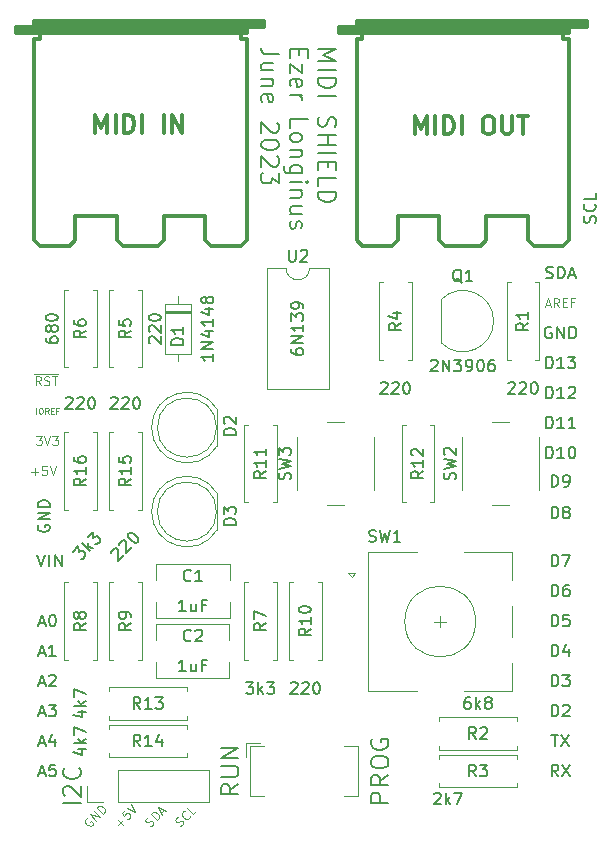
<source format=gbr>
%TF.GenerationSoftware,KiCad,Pcbnew,(6.0.7)*%
%TF.CreationDate,2023-06-11T11:51:13-04:00*%
%TF.ProjectId,MIDI_Arduino_shield,4d494449-5f41-4726-9475-696e6f5f7368,rev?*%
%TF.SameCoordinates,Original*%
%TF.FileFunction,Legend,Top*%
%TF.FilePolarity,Positive*%
%FSLAX46Y46*%
G04 Gerber Fmt 4.6, Leading zero omitted, Abs format (unit mm)*
G04 Created by KiCad (PCBNEW (6.0.7)) date 2023-06-11 11:51:13*
%MOMM*%
%LPD*%
G01*
G04 APERTURE LIST*
%ADD10C,0.100000*%
%ADD11C,0.075000*%
%ADD12C,0.150000*%
%ADD13C,0.200000*%
%ADD14C,0.300000*%
%ADD15C,0.120000*%
%ADD16C,0.304800*%
G04 APERTURE END LIST*
D10*
X126236142Y-86372500D02*
X126986142Y-86372500D01*
X126843285Y-87334285D02*
X126593285Y-86977142D01*
X126414714Y-87334285D02*
X126414714Y-86584285D01*
X126700428Y-86584285D01*
X126771857Y-86620000D01*
X126807571Y-86655714D01*
X126843285Y-86727142D01*
X126843285Y-86834285D01*
X126807571Y-86905714D01*
X126771857Y-86941428D01*
X126700428Y-86977142D01*
X126414714Y-86977142D01*
X126986142Y-86372500D02*
X127700428Y-86372500D01*
X127129000Y-87298571D02*
X127236142Y-87334285D01*
X127414714Y-87334285D01*
X127486142Y-87298571D01*
X127521857Y-87262857D01*
X127557571Y-87191428D01*
X127557571Y-87120000D01*
X127521857Y-87048571D01*
X127486142Y-87012857D01*
X127414714Y-86977142D01*
X127271857Y-86941428D01*
X127200428Y-86905714D01*
X127164714Y-86870000D01*
X127129000Y-86798571D01*
X127129000Y-86727142D01*
X127164714Y-86655714D01*
X127200428Y-86620000D01*
X127271857Y-86584285D01*
X127450428Y-86584285D01*
X127557571Y-86620000D01*
X127700428Y-86372500D02*
X128271857Y-86372500D01*
X127771857Y-86584285D02*
X128200428Y-86584285D01*
X127986142Y-87334285D02*
X127986142Y-86584285D01*
D11*
X126428619Y-89761190D02*
X126428619Y-89261190D01*
X126761952Y-89261190D02*
X126857190Y-89261190D01*
X126904809Y-89285000D01*
X126952428Y-89332619D01*
X126976238Y-89427857D01*
X126976238Y-89594523D01*
X126952428Y-89689761D01*
X126904809Y-89737380D01*
X126857190Y-89761190D01*
X126761952Y-89761190D01*
X126714333Y-89737380D01*
X126666714Y-89689761D01*
X126642904Y-89594523D01*
X126642904Y-89427857D01*
X126666714Y-89332619D01*
X126714333Y-89285000D01*
X126761952Y-89261190D01*
X127476238Y-89761190D02*
X127309571Y-89523095D01*
X127190523Y-89761190D02*
X127190523Y-89261190D01*
X127381000Y-89261190D01*
X127428619Y-89285000D01*
X127452428Y-89308809D01*
X127476238Y-89356428D01*
X127476238Y-89427857D01*
X127452428Y-89475476D01*
X127428619Y-89499285D01*
X127381000Y-89523095D01*
X127190523Y-89523095D01*
X127690523Y-89499285D02*
X127857190Y-89499285D01*
X127928619Y-89761190D02*
X127690523Y-89761190D01*
X127690523Y-89261190D01*
X127928619Y-89261190D01*
X128309571Y-89499285D02*
X128142904Y-89499285D01*
X128142904Y-89761190D02*
X128142904Y-89261190D01*
X128381000Y-89261190D01*
D10*
X126452428Y-91664285D02*
X126916714Y-91664285D01*
X126666714Y-91950000D01*
X126773857Y-91950000D01*
X126845285Y-91985714D01*
X126881000Y-92021428D01*
X126916714Y-92092857D01*
X126916714Y-92271428D01*
X126881000Y-92342857D01*
X126845285Y-92378571D01*
X126773857Y-92414285D01*
X126559571Y-92414285D01*
X126488142Y-92378571D01*
X126452428Y-92342857D01*
X127131000Y-91664285D02*
X127381000Y-92414285D01*
X127631000Y-91664285D01*
X127809571Y-91664285D02*
X128273857Y-91664285D01*
X128023857Y-91950000D01*
X128131000Y-91950000D01*
X128202428Y-91985714D01*
X128238142Y-92021428D01*
X128273857Y-92092857D01*
X128273857Y-92271428D01*
X128238142Y-92342857D01*
X128202428Y-92378571D01*
X128131000Y-92414285D01*
X127916714Y-92414285D01*
X127845285Y-92378571D01*
X127809571Y-92342857D01*
D12*
X126539761Y-101687380D02*
X126873095Y-102687380D01*
X127206428Y-101687380D01*
X127539761Y-102687380D02*
X127539761Y-101687380D01*
X128015952Y-102687380D02*
X128015952Y-101687380D01*
X128587380Y-102687380D01*
X128587380Y-101687380D01*
D10*
X126035714Y-94668571D02*
X126607142Y-94668571D01*
X126321428Y-94954285D02*
X126321428Y-94382857D01*
X127321428Y-94204285D02*
X126964285Y-94204285D01*
X126928571Y-94561428D01*
X126964285Y-94525714D01*
X127035714Y-94490000D01*
X127214285Y-94490000D01*
X127285714Y-94525714D01*
X127321428Y-94561428D01*
X127357142Y-94632857D01*
X127357142Y-94811428D01*
X127321428Y-94882857D01*
X127285714Y-94918571D01*
X127214285Y-94954285D01*
X127035714Y-94954285D01*
X126964285Y-94918571D01*
X126928571Y-94882857D01*
X127571428Y-94204285D02*
X127821428Y-94954285D01*
X128071428Y-94204285D01*
D12*
X126627000Y-99186904D02*
X126579380Y-99282142D01*
X126579380Y-99425000D01*
X126627000Y-99567857D01*
X126722238Y-99663095D01*
X126817476Y-99710714D01*
X127007952Y-99758333D01*
X127150809Y-99758333D01*
X127341285Y-99710714D01*
X127436523Y-99663095D01*
X127531761Y-99567857D01*
X127579380Y-99425000D01*
X127579380Y-99329761D01*
X127531761Y-99186904D01*
X127484142Y-99139285D01*
X127150809Y-99139285D01*
X127150809Y-99329761D01*
X127579380Y-98710714D02*
X126579380Y-98710714D01*
X127579380Y-98139285D01*
X126579380Y-98139285D01*
X127579380Y-97663095D02*
X126579380Y-97663095D01*
X126579380Y-97425000D01*
X126627000Y-97282142D01*
X126722238Y-97186904D01*
X126817476Y-97139285D01*
X127007952Y-97091666D01*
X127150809Y-97091666D01*
X127341285Y-97139285D01*
X127436523Y-97186904D01*
X127531761Y-97282142D01*
X127579380Y-97425000D01*
X127579380Y-97663095D01*
X126666714Y-107481666D02*
X127142904Y-107481666D01*
X126571476Y-107767380D02*
X126904809Y-106767380D01*
X127238142Y-107767380D01*
X127761952Y-106767380D02*
X127857190Y-106767380D01*
X127952428Y-106815000D01*
X128000047Y-106862619D01*
X128047666Y-106957857D01*
X128095285Y-107148333D01*
X128095285Y-107386428D01*
X128047666Y-107576904D01*
X128000047Y-107672142D01*
X127952428Y-107719761D01*
X127857190Y-107767380D01*
X127761952Y-107767380D01*
X127666714Y-107719761D01*
X127619095Y-107672142D01*
X127571476Y-107576904D01*
X127523857Y-107386428D01*
X127523857Y-107148333D01*
X127571476Y-106957857D01*
X127619095Y-106862619D01*
X127666714Y-106815000D01*
X127761952Y-106767380D01*
X126666714Y-110021666D02*
X127142904Y-110021666D01*
X126571476Y-110307380D02*
X126904809Y-109307380D01*
X127238142Y-110307380D01*
X128095285Y-110307380D02*
X127523857Y-110307380D01*
X127809571Y-110307380D02*
X127809571Y-109307380D01*
X127714333Y-109450238D01*
X127619095Y-109545476D01*
X127523857Y-109593095D01*
X126666714Y-112561666D02*
X127142904Y-112561666D01*
X126571476Y-112847380D02*
X126904809Y-111847380D01*
X127238142Y-112847380D01*
X127523857Y-111942619D02*
X127571476Y-111895000D01*
X127666714Y-111847380D01*
X127904809Y-111847380D01*
X128000047Y-111895000D01*
X128047666Y-111942619D01*
X128095285Y-112037857D01*
X128095285Y-112133095D01*
X128047666Y-112275952D01*
X127476238Y-112847380D01*
X128095285Y-112847380D01*
X126666714Y-115101666D02*
X127142904Y-115101666D01*
X126571476Y-115387380D02*
X126904809Y-114387380D01*
X127238142Y-115387380D01*
X127476238Y-114387380D02*
X128095285Y-114387380D01*
X127761952Y-114768333D01*
X127904809Y-114768333D01*
X128000047Y-114815952D01*
X128047666Y-114863571D01*
X128095285Y-114958809D01*
X128095285Y-115196904D01*
X128047666Y-115292142D01*
X128000047Y-115339761D01*
X127904809Y-115387380D01*
X127619095Y-115387380D01*
X127523857Y-115339761D01*
X127476238Y-115292142D01*
X126666714Y-117641666D02*
X127142904Y-117641666D01*
X126571476Y-117927380D02*
X126904809Y-116927380D01*
X127238142Y-117927380D01*
X128000047Y-117260714D02*
X128000047Y-117927380D01*
X127761952Y-116879761D02*
X127523857Y-117594047D01*
X128142904Y-117594047D01*
D10*
X138648312Y-124671002D02*
X138749327Y-124620495D01*
X138875596Y-124494226D01*
X138900850Y-124418464D01*
X138900850Y-124367956D01*
X138875596Y-124292195D01*
X138825088Y-124241687D01*
X138749327Y-124216434D01*
X138698819Y-124216434D01*
X138623058Y-124241687D01*
X138496789Y-124317449D01*
X138421027Y-124342703D01*
X138370520Y-124342703D01*
X138294758Y-124317449D01*
X138244251Y-124266941D01*
X138218997Y-124191180D01*
X138218997Y-124140672D01*
X138244251Y-124064911D01*
X138370520Y-123938642D01*
X138471535Y-123888134D01*
X139456434Y-123812373D02*
X139456434Y-123862880D01*
X139405926Y-123963895D01*
X139355418Y-124014403D01*
X139254403Y-124064911D01*
X139153388Y-124064911D01*
X139077626Y-124039657D01*
X138951357Y-123963895D01*
X138875596Y-123888134D01*
X138799834Y-123761865D01*
X138774581Y-123686104D01*
X138774581Y-123585088D01*
X138825088Y-123484073D01*
X138875596Y-123433565D01*
X138976611Y-123383058D01*
X139027119Y-123383058D01*
X139986764Y-123383058D02*
X139734226Y-123635596D01*
X139203895Y-123105266D01*
X136095685Y-124683629D02*
X136196700Y-124633122D01*
X136322969Y-124506852D01*
X136348223Y-124431091D01*
X136348223Y-124380583D01*
X136322969Y-124304822D01*
X136272461Y-124254314D01*
X136196700Y-124229061D01*
X136146192Y-124229061D01*
X136070431Y-124254314D01*
X135944162Y-124330076D01*
X135868400Y-124355330D01*
X135817893Y-124355330D01*
X135742131Y-124330076D01*
X135691624Y-124279568D01*
X135666370Y-124203807D01*
X135666370Y-124153299D01*
X135691624Y-124077538D01*
X135817893Y-123951269D01*
X135918908Y-123900761D01*
X136651269Y-124178553D02*
X136120938Y-123648223D01*
X136247208Y-123521954D01*
X136348223Y-123471446D01*
X136449238Y-123471446D01*
X136525000Y-123496700D01*
X136651269Y-123572461D01*
X136727030Y-123648223D01*
X136802791Y-123774492D01*
X136828045Y-123850253D01*
X136828045Y-123951269D01*
X136777538Y-124052284D01*
X136651269Y-124178553D01*
X137004822Y-123521954D02*
X137257360Y-123269416D01*
X137105837Y-123723984D02*
X136752284Y-123016877D01*
X137459391Y-123370431D01*
X133341027Y-124544733D02*
X133745088Y-124140672D01*
X133745088Y-124544733D02*
X133341027Y-124140672D01*
X133921865Y-123307296D02*
X133669327Y-123559834D01*
X133896611Y-123837626D01*
X133896611Y-123787119D01*
X133921865Y-123711357D01*
X134048134Y-123585088D01*
X134123895Y-123559834D01*
X134174403Y-123559834D01*
X134250165Y-123585088D01*
X134376434Y-123711357D01*
X134401687Y-123787119D01*
X134401687Y-123837626D01*
X134376434Y-123913388D01*
X134250165Y-124039657D01*
X134174403Y-124064911D01*
X134123895Y-124064911D01*
X134098642Y-123130520D02*
X134805748Y-123484073D01*
X134452195Y-122776966D01*
X130775773Y-123963895D02*
X130700012Y-123989149D01*
X130624251Y-124064911D01*
X130573743Y-124165926D01*
X130573743Y-124266941D01*
X130598997Y-124342703D01*
X130674758Y-124468972D01*
X130750520Y-124544733D01*
X130876789Y-124620495D01*
X130952550Y-124645748D01*
X131053565Y-124645748D01*
X131154581Y-124595241D01*
X131205088Y-124544733D01*
X131255596Y-124443718D01*
X131255596Y-124393210D01*
X131078819Y-124216434D01*
X130977804Y-124317449D01*
X131533388Y-124216434D02*
X131003058Y-123686104D01*
X131836434Y-123913388D01*
X131306104Y-123383058D01*
X132088972Y-123660850D02*
X131558642Y-123130520D01*
X131684911Y-123004251D01*
X131785926Y-122953743D01*
X131886941Y-122953743D01*
X131962703Y-122978997D01*
X132088972Y-123054758D01*
X132164733Y-123130520D01*
X132240495Y-123256789D01*
X132265748Y-123332550D01*
X132265748Y-123433565D01*
X132215241Y-123534581D01*
X132088972Y-123660850D01*
D12*
X126666714Y-120181666D02*
X127142904Y-120181666D01*
X126571476Y-120467380D02*
X126904809Y-119467380D01*
X127238142Y-120467380D01*
X128047666Y-119467380D02*
X127571476Y-119467380D01*
X127523857Y-119943571D01*
X127571476Y-119895952D01*
X127666714Y-119848333D01*
X127904809Y-119848333D01*
X128000047Y-119895952D01*
X128047666Y-119943571D01*
X128095285Y-120038809D01*
X128095285Y-120276904D01*
X128047666Y-120372142D01*
X128000047Y-120419761D01*
X127904809Y-120467380D01*
X127666714Y-120467380D01*
X127571476Y-120419761D01*
X127523857Y-120372142D01*
X173759761Y-73580476D02*
X173807380Y-73437619D01*
X173807380Y-73199523D01*
X173759761Y-73104285D01*
X173712142Y-73056666D01*
X173616904Y-73009047D01*
X173521666Y-73009047D01*
X173426428Y-73056666D01*
X173378809Y-73104285D01*
X173331190Y-73199523D01*
X173283571Y-73390000D01*
X173235952Y-73485238D01*
X173188333Y-73532857D01*
X173093095Y-73580476D01*
X172997857Y-73580476D01*
X172902619Y-73532857D01*
X172855000Y-73485238D01*
X172807380Y-73390000D01*
X172807380Y-73151904D01*
X172855000Y-73009047D01*
X173712142Y-72009047D02*
X173759761Y-72056666D01*
X173807380Y-72199523D01*
X173807380Y-72294761D01*
X173759761Y-72437619D01*
X173664523Y-72532857D01*
X173569285Y-72580476D01*
X173378809Y-72628095D01*
X173235952Y-72628095D01*
X173045476Y-72580476D01*
X172950238Y-72532857D01*
X172855000Y-72437619D01*
X172807380Y-72294761D01*
X172807380Y-72199523D01*
X172855000Y-72056666D01*
X172902619Y-72009047D01*
X173807380Y-71104285D02*
X173807380Y-71580476D01*
X172807380Y-71580476D01*
X169600714Y-78255761D02*
X169743571Y-78303380D01*
X169981666Y-78303380D01*
X170076904Y-78255761D01*
X170124523Y-78208142D01*
X170172142Y-78112904D01*
X170172142Y-78017666D01*
X170124523Y-77922428D01*
X170076904Y-77874809D01*
X169981666Y-77827190D01*
X169791190Y-77779571D01*
X169695952Y-77731952D01*
X169648333Y-77684333D01*
X169600714Y-77589095D01*
X169600714Y-77493857D01*
X169648333Y-77398619D01*
X169695952Y-77351000D01*
X169791190Y-77303380D01*
X170029285Y-77303380D01*
X170172142Y-77351000D01*
X170600714Y-78303380D02*
X170600714Y-77303380D01*
X170838809Y-77303380D01*
X170981666Y-77351000D01*
X171076904Y-77446238D01*
X171124523Y-77541476D01*
X171172142Y-77731952D01*
X171172142Y-77874809D01*
X171124523Y-78065285D01*
X171076904Y-78160523D01*
X170981666Y-78255761D01*
X170838809Y-78303380D01*
X170600714Y-78303380D01*
X171553095Y-78017666D02*
X172029285Y-78017666D01*
X171457857Y-78303380D02*
X171791190Y-77303380D01*
X172124523Y-78303380D01*
D10*
X169600714Y-80516000D02*
X169957857Y-80516000D01*
X169529285Y-80730285D02*
X169779285Y-79980285D01*
X170029285Y-80730285D01*
X170707857Y-80730285D02*
X170457857Y-80373142D01*
X170279285Y-80730285D02*
X170279285Y-79980285D01*
X170565000Y-79980285D01*
X170636428Y-80016000D01*
X170672142Y-80051714D01*
X170707857Y-80123142D01*
X170707857Y-80230285D01*
X170672142Y-80301714D01*
X170636428Y-80337428D01*
X170565000Y-80373142D01*
X170279285Y-80373142D01*
X171029285Y-80337428D02*
X171279285Y-80337428D01*
X171386428Y-80730285D02*
X171029285Y-80730285D01*
X171029285Y-79980285D01*
X171386428Y-79980285D01*
X171957857Y-80337428D02*
X171707857Y-80337428D01*
X171707857Y-80730285D02*
X171707857Y-79980285D01*
X172065000Y-79980285D01*
D12*
X170053095Y-82431000D02*
X169957857Y-82383380D01*
X169815000Y-82383380D01*
X169672142Y-82431000D01*
X169576904Y-82526238D01*
X169529285Y-82621476D01*
X169481666Y-82811952D01*
X169481666Y-82954809D01*
X169529285Y-83145285D01*
X169576904Y-83240523D01*
X169672142Y-83335761D01*
X169815000Y-83383380D01*
X169910238Y-83383380D01*
X170053095Y-83335761D01*
X170100714Y-83288142D01*
X170100714Y-82954809D01*
X169910238Y-82954809D01*
X170529285Y-83383380D02*
X170529285Y-82383380D01*
X171100714Y-83383380D01*
X171100714Y-82383380D01*
X171576904Y-83383380D02*
X171576904Y-82383380D01*
X171815000Y-82383380D01*
X171957857Y-82431000D01*
X172053095Y-82526238D01*
X172100714Y-82621476D01*
X172148333Y-82811952D01*
X172148333Y-82954809D01*
X172100714Y-83145285D01*
X172053095Y-83240523D01*
X171957857Y-83335761D01*
X171815000Y-83383380D01*
X171576904Y-83383380D01*
X169600714Y-85923380D02*
X169600714Y-84923380D01*
X169838809Y-84923380D01*
X169981666Y-84971000D01*
X170076904Y-85066238D01*
X170124523Y-85161476D01*
X170172142Y-85351952D01*
X170172142Y-85494809D01*
X170124523Y-85685285D01*
X170076904Y-85780523D01*
X169981666Y-85875761D01*
X169838809Y-85923380D01*
X169600714Y-85923380D01*
X171124523Y-85923380D02*
X170553095Y-85923380D01*
X170838809Y-85923380D02*
X170838809Y-84923380D01*
X170743571Y-85066238D01*
X170648333Y-85161476D01*
X170553095Y-85209095D01*
X171457857Y-84923380D02*
X172076904Y-84923380D01*
X171743571Y-85304333D01*
X171886428Y-85304333D01*
X171981666Y-85351952D01*
X172029285Y-85399571D01*
X172076904Y-85494809D01*
X172076904Y-85732904D01*
X172029285Y-85828142D01*
X171981666Y-85875761D01*
X171886428Y-85923380D01*
X171600714Y-85923380D01*
X171505476Y-85875761D01*
X171457857Y-85828142D01*
X169600714Y-88463380D02*
X169600714Y-87463380D01*
X169838809Y-87463380D01*
X169981666Y-87511000D01*
X170076904Y-87606238D01*
X170124523Y-87701476D01*
X170172142Y-87891952D01*
X170172142Y-88034809D01*
X170124523Y-88225285D01*
X170076904Y-88320523D01*
X169981666Y-88415761D01*
X169838809Y-88463380D01*
X169600714Y-88463380D01*
X171124523Y-88463380D02*
X170553095Y-88463380D01*
X170838809Y-88463380D02*
X170838809Y-87463380D01*
X170743571Y-87606238D01*
X170648333Y-87701476D01*
X170553095Y-87749095D01*
X171505476Y-87558619D02*
X171553095Y-87511000D01*
X171648333Y-87463380D01*
X171886428Y-87463380D01*
X171981666Y-87511000D01*
X172029285Y-87558619D01*
X172076904Y-87653857D01*
X172076904Y-87749095D01*
X172029285Y-87891952D01*
X171457857Y-88463380D01*
X172076904Y-88463380D01*
X169600714Y-91003380D02*
X169600714Y-90003380D01*
X169838809Y-90003380D01*
X169981666Y-90051000D01*
X170076904Y-90146238D01*
X170124523Y-90241476D01*
X170172142Y-90431952D01*
X170172142Y-90574809D01*
X170124523Y-90765285D01*
X170076904Y-90860523D01*
X169981666Y-90955761D01*
X169838809Y-91003380D01*
X169600714Y-91003380D01*
X171124523Y-91003380D02*
X170553095Y-91003380D01*
X170838809Y-91003380D02*
X170838809Y-90003380D01*
X170743571Y-90146238D01*
X170648333Y-90241476D01*
X170553095Y-90289095D01*
X172076904Y-91003380D02*
X171505476Y-91003380D01*
X171791190Y-91003380D02*
X171791190Y-90003380D01*
X171695952Y-90146238D01*
X171600714Y-90241476D01*
X171505476Y-90289095D01*
X169600714Y-93543380D02*
X169600714Y-92543380D01*
X169838809Y-92543380D01*
X169981666Y-92591000D01*
X170076904Y-92686238D01*
X170124523Y-92781476D01*
X170172142Y-92971952D01*
X170172142Y-93114809D01*
X170124523Y-93305285D01*
X170076904Y-93400523D01*
X169981666Y-93495761D01*
X169838809Y-93543380D01*
X169600714Y-93543380D01*
X171124523Y-93543380D02*
X170553095Y-93543380D01*
X170838809Y-93543380D02*
X170838809Y-92543380D01*
X170743571Y-92686238D01*
X170648333Y-92781476D01*
X170553095Y-92829095D01*
X171743571Y-92543380D02*
X171838809Y-92543380D01*
X171934047Y-92591000D01*
X171981666Y-92638619D01*
X172029285Y-92733857D01*
X172076904Y-92924333D01*
X172076904Y-93162428D01*
X172029285Y-93352904D01*
X171981666Y-93448142D01*
X171934047Y-93495761D01*
X171838809Y-93543380D01*
X171743571Y-93543380D01*
X171648333Y-93495761D01*
X171600714Y-93448142D01*
X171553095Y-93352904D01*
X171505476Y-93162428D01*
X171505476Y-92924333D01*
X171553095Y-92733857D01*
X171600714Y-92638619D01*
X171648333Y-92591000D01*
X171743571Y-92543380D01*
X170076904Y-95956380D02*
X170076904Y-94956380D01*
X170315000Y-94956380D01*
X170457857Y-95004000D01*
X170553095Y-95099238D01*
X170600714Y-95194476D01*
X170648333Y-95384952D01*
X170648333Y-95527809D01*
X170600714Y-95718285D01*
X170553095Y-95813523D01*
X170457857Y-95908761D01*
X170315000Y-95956380D01*
X170076904Y-95956380D01*
X171124523Y-95956380D02*
X171315000Y-95956380D01*
X171410238Y-95908761D01*
X171457857Y-95861142D01*
X171553095Y-95718285D01*
X171600714Y-95527809D01*
X171600714Y-95146857D01*
X171553095Y-95051619D01*
X171505476Y-95004000D01*
X171410238Y-94956380D01*
X171219761Y-94956380D01*
X171124523Y-95004000D01*
X171076904Y-95051619D01*
X171029285Y-95146857D01*
X171029285Y-95384952D01*
X171076904Y-95480190D01*
X171124523Y-95527809D01*
X171219761Y-95575428D01*
X171410238Y-95575428D01*
X171505476Y-95527809D01*
X171553095Y-95480190D01*
X171600714Y-95384952D01*
X170076904Y-98623380D02*
X170076904Y-97623380D01*
X170315000Y-97623380D01*
X170457857Y-97671000D01*
X170553095Y-97766238D01*
X170600714Y-97861476D01*
X170648333Y-98051952D01*
X170648333Y-98194809D01*
X170600714Y-98385285D01*
X170553095Y-98480523D01*
X170457857Y-98575761D01*
X170315000Y-98623380D01*
X170076904Y-98623380D01*
X171219761Y-98051952D02*
X171124523Y-98004333D01*
X171076904Y-97956714D01*
X171029285Y-97861476D01*
X171029285Y-97813857D01*
X171076904Y-97718619D01*
X171124523Y-97671000D01*
X171219761Y-97623380D01*
X171410238Y-97623380D01*
X171505476Y-97671000D01*
X171553095Y-97718619D01*
X171600714Y-97813857D01*
X171600714Y-97861476D01*
X171553095Y-97956714D01*
X171505476Y-98004333D01*
X171410238Y-98051952D01*
X171219761Y-98051952D01*
X171124523Y-98099571D01*
X171076904Y-98147190D01*
X171029285Y-98242428D01*
X171029285Y-98432904D01*
X171076904Y-98528142D01*
X171124523Y-98575761D01*
X171219761Y-98623380D01*
X171410238Y-98623380D01*
X171505476Y-98575761D01*
X171553095Y-98528142D01*
X171600714Y-98432904D01*
X171600714Y-98242428D01*
X171553095Y-98147190D01*
X171505476Y-98099571D01*
X171410238Y-98051952D01*
X170076904Y-102687380D02*
X170076904Y-101687380D01*
X170315000Y-101687380D01*
X170457857Y-101735000D01*
X170553095Y-101830238D01*
X170600714Y-101925476D01*
X170648333Y-102115952D01*
X170648333Y-102258809D01*
X170600714Y-102449285D01*
X170553095Y-102544523D01*
X170457857Y-102639761D01*
X170315000Y-102687380D01*
X170076904Y-102687380D01*
X170981666Y-101687380D02*
X171648333Y-101687380D01*
X171219761Y-102687380D01*
X170076904Y-105227380D02*
X170076904Y-104227380D01*
X170315000Y-104227380D01*
X170457857Y-104275000D01*
X170553095Y-104370238D01*
X170600714Y-104465476D01*
X170648333Y-104655952D01*
X170648333Y-104798809D01*
X170600714Y-104989285D01*
X170553095Y-105084523D01*
X170457857Y-105179761D01*
X170315000Y-105227380D01*
X170076904Y-105227380D01*
X171505476Y-104227380D02*
X171315000Y-104227380D01*
X171219761Y-104275000D01*
X171172142Y-104322619D01*
X171076904Y-104465476D01*
X171029285Y-104655952D01*
X171029285Y-105036904D01*
X171076904Y-105132142D01*
X171124523Y-105179761D01*
X171219761Y-105227380D01*
X171410238Y-105227380D01*
X171505476Y-105179761D01*
X171553095Y-105132142D01*
X171600714Y-105036904D01*
X171600714Y-104798809D01*
X171553095Y-104703571D01*
X171505476Y-104655952D01*
X171410238Y-104608333D01*
X171219761Y-104608333D01*
X171124523Y-104655952D01*
X171076904Y-104703571D01*
X171029285Y-104798809D01*
X170076904Y-107767380D02*
X170076904Y-106767380D01*
X170315000Y-106767380D01*
X170457857Y-106815000D01*
X170553095Y-106910238D01*
X170600714Y-107005476D01*
X170648333Y-107195952D01*
X170648333Y-107338809D01*
X170600714Y-107529285D01*
X170553095Y-107624523D01*
X170457857Y-107719761D01*
X170315000Y-107767380D01*
X170076904Y-107767380D01*
X171553095Y-106767380D02*
X171076904Y-106767380D01*
X171029285Y-107243571D01*
X171076904Y-107195952D01*
X171172142Y-107148333D01*
X171410238Y-107148333D01*
X171505476Y-107195952D01*
X171553095Y-107243571D01*
X171600714Y-107338809D01*
X171600714Y-107576904D01*
X171553095Y-107672142D01*
X171505476Y-107719761D01*
X171410238Y-107767380D01*
X171172142Y-107767380D01*
X171076904Y-107719761D01*
X171029285Y-107672142D01*
X170076904Y-110307380D02*
X170076904Y-109307380D01*
X170315000Y-109307380D01*
X170457857Y-109355000D01*
X170553095Y-109450238D01*
X170600714Y-109545476D01*
X170648333Y-109735952D01*
X170648333Y-109878809D01*
X170600714Y-110069285D01*
X170553095Y-110164523D01*
X170457857Y-110259761D01*
X170315000Y-110307380D01*
X170076904Y-110307380D01*
X171505476Y-109640714D02*
X171505476Y-110307380D01*
X171267380Y-109259761D02*
X171029285Y-109974047D01*
X171648333Y-109974047D01*
X170076904Y-112847380D02*
X170076904Y-111847380D01*
X170315000Y-111847380D01*
X170457857Y-111895000D01*
X170553095Y-111990238D01*
X170600714Y-112085476D01*
X170648333Y-112275952D01*
X170648333Y-112418809D01*
X170600714Y-112609285D01*
X170553095Y-112704523D01*
X170457857Y-112799761D01*
X170315000Y-112847380D01*
X170076904Y-112847380D01*
X170981666Y-111847380D02*
X171600714Y-111847380D01*
X171267380Y-112228333D01*
X171410238Y-112228333D01*
X171505476Y-112275952D01*
X171553095Y-112323571D01*
X171600714Y-112418809D01*
X171600714Y-112656904D01*
X171553095Y-112752142D01*
X171505476Y-112799761D01*
X171410238Y-112847380D01*
X171124523Y-112847380D01*
X171029285Y-112799761D01*
X170981666Y-112752142D01*
X170076904Y-115387380D02*
X170076904Y-114387380D01*
X170315000Y-114387380D01*
X170457857Y-114435000D01*
X170553095Y-114530238D01*
X170600714Y-114625476D01*
X170648333Y-114815952D01*
X170648333Y-114958809D01*
X170600714Y-115149285D01*
X170553095Y-115244523D01*
X170457857Y-115339761D01*
X170315000Y-115387380D01*
X170076904Y-115387380D01*
X171029285Y-114482619D02*
X171076904Y-114435000D01*
X171172142Y-114387380D01*
X171410238Y-114387380D01*
X171505476Y-114435000D01*
X171553095Y-114482619D01*
X171600714Y-114577857D01*
X171600714Y-114673095D01*
X171553095Y-114815952D01*
X170981666Y-115387380D01*
X171600714Y-115387380D01*
X170053095Y-116927380D02*
X170624523Y-116927380D01*
X170338809Y-117927380D02*
X170338809Y-116927380D01*
X170862619Y-116927380D02*
X171529285Y-117927380D01*
X171529285Y-116927380D02*
X170862619Y-117927380D01*
X170648333Y-120467380D02*
X170315000Y-119991190D01*
X170076904Y-120467380D02*
X170076904Y-119467380D01*
X170457857Y-119467380D01*
X170553095Y-119515000D01*
X170600714Y-119562619D01*
X170648333Y-119657857D01*
X170648333Y-119800714D01*
X170600714Y-119895952D01*
X170553095Y-119943571D01*
X170457857Y-119991190D01*
X170076904Y-119991190D01*
X170981666Y-119467380D02*
X171648333Y-120467380D01*
X171648333Y-119467380D02*
X170981666Y-120467380D01*
D13*
X143553571Y-121122142D02*
X142839285Y-121622142D01*
X143553571Y-121979285D02*
X142053571Y-121979285D01*
X142053571Y-121407857D01*
X142125000Y-121265000D01*
X142196428Y-121193571D01*
X142339285Y-121122142D01*
X142553571Y-121122142D01*
X142696428Y-121193571D01*
X142767857Y-121265000D01*
X142839285Y-121407857D01*
X142839285Y-121979285D01*
X142053571Y-120479285D02*
X143267857Y-120479285D01*
X143410714Y-120407857D01*
X143482142Y-120336428D01*
X143553571Y-120193571D01*
X143553571Y-119907857D01*
X143482142Y-119765000D01*
X143410714Y-119693571D01*
X143267857Y-119622142D01*
X142053571Y-119622142D01*
X143553571Y-118907857D02*
X142053571Y-118907857D01*
X143553571Y-118050714D01*
X142053571Y-118050714D01*
X156253571Y-122693571D02*
X154753571Y-122693571D01*
X154753571Y-122122142D01*
X154825000Y-121979285D01*
X154896428Y-121907857D01*
X155039285Y-121836428D01*
X155253571Y-121836428D01*
X155396428Y-121907857D01*
X155467857Y-121979285D01*
X155539285Y-122122142D01*
X155539285Y-122693571D01*
X156253571Y-120336428D02*
X155539285Y-120836428D01*
X156253571Y-121193571D02*
X154753571Y-121193571D01*
X154753571Y-120622142D01*
X154825000Y-120479285D01*
X154896428Y-120407857D01*
X155039285Y-120336428D01*
X155253571Y-120336428D01*
X155396428Y-120407857D01*
X155467857Y-120479285D01*
X155539285Y-120622142D01*
X155539285Y-121193571D01*
X154753571Y-119407857D02*
X154753571Y-119122142D01*
X154825000Y-118979285D01*
X154967857Y-118836428D01*
X155253571Y-118765000D01*
X155753571Y-118765000D01*
X156039285Y-118836428D01*
X156182142Y-118979285D01*
X156253571Y-119122142D01*
X156253571Y-119407857D01*
X156182142Y-119550714D01*
X156039285Y-119693571D01*
X155753571Y-119765000D01*
X155253571Y-119765000D01*
X154967857Y-119693571D01*
X154825000Y-119550714D01*
X154753571Y-119407857D01*
X154825000Y-117336428D02*
X154753571Y-117479285D01*
X154753571Y-117693571D01*
X154825000Y-117907857D01*
X154967857Y-118050714D01*
X155110714Y-118122142D01*
X155396428Y-118193571D01*
X155610714Y-118193571D01*
X155896428Y-118122142D01*
X156039285Y-118050714D01*
X156182142Y-117907857D01*
X156253571Y-117693571D01*
X156253571Y-117550714D01*
X156182142Y-117336428D01*
X156110714Y-117265000D01*
X155610714Y-117265000D01*
X155610714Y-117550714D01*
X150326428Y-58907142D02*
X151826428Y-58907142D01*
X150755000Y-59407142D01*
X151826428Y-59907142D01*
X150326428Y-59907142D01*
X150326428Y-60621428D02*
X151826428Y-60621428D01*
X150326428Y-61335714D02*
X151826428Y-61335714D01*
X151826428Y-61692857D01*
X151755000Y-61907142D01*
X151612142Y-62050000D01*
X151469285Y-62121428D01*
X151183571Y-62192857D01*
X150969285Y-62192857D01*
X150683571Y-62121428D01*
X150540714Y-62050000D01*
X150397857Y-61907142D01*
X150326428Y-61692857D01*
X150326428Y-61335714D01*
X150326428Y-62835714D02*
X151826428Y-62835714D01*
X150397857Y-64621428D02*
X150326428Y-64835714D01*
X150326428Y-65192857D01*
X150397857Y-65335714D01*
X150469285Y-65407142D01*
X150612142Y-65478571D01*
X150755000Y-65478571D01*
X150897857Y-65407142D01*
X150969285Y-65335714D01*
X151040714Y-65192857D01*
X151112142Y-64907142D01*
X151183571Y-64764285D01*
X151255000Y-64692857D01*
X151397857Y-64621428D01*
X151540714Y-64621428D01*
X151683571Y-64692857D01*
X151755000Y-64764285D01*
X151826428Y-64907142D01*
X151826428Y-65264285D01*
X151755000Y-65478571D01*
X150326428Y-66121428D02*
X151826428Y-66121428D01*
X151112142Y-66121428D02*
X151112142Y-66978571D01*
X150326428Y-66978571D02*
X151826428Y-66978571D01*
X150326428Y-67692857D02*
X151826428Y-67692857D01*
X151112142Y-68407142D02*
X151112142Y-68907142D01*
X150326428Y-69121428D02*
X150326428Y-68407142D01*
X151826428Y-68407142D01*
X151826428Y-69121428D01*
X150326428Y-70478571D02*
X150326428Y-69764285D01*
X151826428Y-69764285D01*
X150326428Y-70978571D02*
X151826428Y-70978571D01*
X151826428Y-71335714D01*
X151755000Y-71550000D01*
X151612142Y-71692857D01*
X151469285Y-71764285D01*
X151183571Y-71835714D01*
X150969285Y-71835714D01*
X150683571Y-71764285D01*
X150540714Y-71692857D01*
X150397857Y-71550000D01*
X150326428Y-71335714D01*
X150326428Y-70978571D01*
X148697142Y-58907142D02*
X148697142Y-59407142D01*
X147911428Y-59621428D02*
X147911428Y-58907142D01*
X149411428Y-58907142D01*
X149411428Y-59621428D01*
X148911428Y-60121428D02*
X148911428Y-60907142D01*
X147911428Y-60121428D01*
X147911428Y-60907142D01*
X147982857Y-62050000D02*
X147911428Y-61907142D01*
X147911428Y-61621428D01*
X147982857Y-61478571D01*
X148125714Y-61407142D01*
X148697142Y-61407142D01*
X148840000Y-61478571D01*
X148911428Y-61621428D01*
X148911428Y-61907142D01*
X148840000Y-62050000D01*
X148697142Y-62121428D01*
X148554285Y-62121428D01*
X148411428Y-61407142D01*
X147911428Y-62764285D02*
X148911428Y-62764285D01*
X148625714Y-62764285D02*
X148768571Y-62835714D01*
X148840000Y-62907142D01*
X148911428Y-63050000D01*
X148911428Y-63192857D01*
X147911428Y-65550000D02*
X147911428Y-64835714D01*
X149411428Y-64835714D01*
X147911428Y-66264285D02*
X147982857Y-66121428D01*
X148054285Y-66050000D01*
X148197142Y-65978571D01*
X148625714Y-65978571D01*
X148768571Y-66050000D01*
X148840000Y-66121428D01*
X148911428Y-66264285D01*
X148911428Y-66478571D01*
X148840000Y-66621428D01*
X148768571Y-66692857D01*
X148625714Y-66764285D01*
X148197142Y-66764285D01*
X148054285Y-66692857D01*
X147982857Y-66621428D01*
X147911428Y-66478571D01*
X147911428Y-66264285D01*
X148911428Y-67407142D02*
X147911428Y-67407142D01*
X148768571Y-67407142D02*
X148840000Y-67478571D01*
X148911428Y-67621428D01*
X148911428Y-67835714D01*
X148840000Y-67978571D01*
X148697142Y-68050000D01*
X147911428Y-68050000D01*
X148911428Y-69407142D02*
X147697142Y-69407142D01*
X147554285Y-69335714D01*
X147482857Y-69264285D01*
X147411428Y-69121428D01*
X147411428Y-68907142D01*
X147482857Y-68764285D01*
X147982857Y-69407142D02*
X147911428Y-69264285D01*
X147911428Y-68978571D01*
X147982857Y-68835714D01*
X148054285Y-68764285D01*
X148197142Y-68692857D01*
X148625714Y-68692857D01*
X148768571Y-68764285D01*
X148840000Y-68835714D01*
X148911428Y-68978571D01*
X148911428Y-69264285D01*
X148840000Y-69407142D01*
X147911428Y-70121428D02*
X148911428Y-70121428D01*
X149411428Y-70121428D02*
X149340000Y-70050000D01*
X149268571Y-70121428D01*
X149340000Y-70192857D01*
X149411428Y-70121428D01*
X149268571Y-70121428D01*
X148911428Y-70835714D02*
X147911428Y-70835714D01*
X148768571Y-70835714D02*
X148840000Y-70907142D01*
X148911428Y-71050000D01*
X148911428Y-71264285D01*
X148840000Y-71407142D01*
X148697142Y-71478571D01*
X147911428Y-71478571D01*
X148911428Y-72835714D02*
X147911428Y-72835714D01*
X148911428Y-72192857D02*
X148125714Y-72192857D01*
X147982857Y-72264285D01*
X147911428Y-72407142D01*
X147911428Y-72621428D01*
X147982857Y-72764285D01*
X148054285Y-72835714D01*
X147982857Y-73478571D02*
X147911428Y-73621428D01*
X147911428Y-73907142D01*
X147982857Y-74050000D01*
X148125714Y-74121428D01*
X148197142Y-74121428D01*
X148340000Y-74050000D01*
X148411428Y-73907142D01*
X148411428Y-73692857D01*
X148482857Y-73550000D01*
X148625714Y-73478571D01*
X148697142Y-73478571D01*
X148840000Y-73550000D01*
X148911428Y-73692857D01*
X148911428Y-73907142D01*
X148840000Y-74050000D01*
X146996428Y-59335714D02*
X145925000Y-59335714D01*
X145710714Y-59264285D01*
X145567857Y-59121428D01*
X145496428Y-58907142D01*
X145496428Y-58764285D01*
X146496428Y-60692857D02*
X145496428Y-60692857D01*
X146496428Y-60050000D02*
X145710714Y-60050000D01*
X145567857Y-60121428D01*
X145496428Y-60264285D01*
X145496428Y-60478571D01*
X145567857Y-60621428D01*
X145639285Y-60692857D01*
X146496428Y-61407142D02*
X145496428Y-61407142D01*
X146353571Y-61407142D02*
X146425000Y-61478571D01*
X146496428Y-61621428D01*
X146496428Y-61835714D01*
X146425000Y-61978571D01*
X146282142Y-62050000D01*
X145496428Y-62050000D01*
X145567857Y-63335714D02*
X145496428Y-63192857D01*
X145496428Y-62907142D01*
X145567857Y-62764285D01*
X145710714Y-62692857D01*
X146282142Y-62692857D01*
X146425000Y-62764285D01*
X146496428Y-62907142D01*
X146496428Y-63192857D01*
X146425000Y-63335714D01*
X146282142Y-63407142D01*
X146139285Y-63407142D01*
X145996428Y-62692857D01*
X146853571Y-65121428D02*
X146925000Y-65192857D01*
X146996428Y-65335714D01*
X146996428Y-65692857D01*
X146925000Y-65835714D01*
X146853571Y-65907142D01*
X146710714Y-65978571D01*
X146567857Y-65978571D01*
X146353571Y-65907142D01*
X145496428Y-65050000D01*
X145496428Y-65978571D01*
X146996428Y-66907142D02*
X146996428Y-67050000D01*
X146925000Y-67192857D01*
X146853571Y-67264285D01*
X146710714Y-67335714D01*
X146425000Y-67407142D01*
X146067857Y-67407142D01*
X145782142Y-67335714D01*
X145639285Y-67264285D01*
X145567857Y-67192857D01*
X145496428Y-67050000D01*
X145496428Y-66907142D01*
X145567857Y-66764285D01*
X145639285Y-66692857D01*
X145782142Y-66621428D01*
X146067857Y-66550000D01*
X146425000Y-66550000D01*
X146710714Y-66621428D01*
X146853571Y-66692857D01*
X146925000Y-66764285D01*
X146996428Y-66907142D01*
X146853571Y-67978571D02*
X146925000Y-68050000D01*
X146996428Y-68192857D01*
X146996428Y-68550000D01*
X146925000Y-68692857D01*
X146853571Y-68764285D01*
X146710714Y-68835714D01*
X146567857Y-68835714D01*
X146353571Y-68764285D01*
X145496428Y-67907142D01*
X145496428Y-68835714D01*
X146996428Y-69335714D02*
X146996428Y-70264285D01*
X146425000Y-69764285D01*
X146425000Y-69978571D01*
X146353571Y-70121428D01*
X146282142Y-70192857D01*
X146139285Y-70264285D01*
X145782142Y-70264285D01*
X145639285Y-70192857D01*
X145567857Y-70121428D01*
X145496428Y-69978571D01*
X145496428Y-69550000D01*
X145567857Y-69407142D01*
X145639285Y-69335714D01*
D12*
%TO.C,R1*%
X168092380Y-82081666D02*
X167616190Y-82415000D01*
X168092380Y-82653095D02*
X167092380Y-82653095D01*
X167092380Y-82272142D01*
X167140000Y-82176904D01*
X167187619Y-82129285D01*
X167282857Y-82081666D01*
X167425714Y-82081666D01*
X167520952Y-82129285D01*
X167568571Y-82176904D01*
X167616190Y-82272142D01*
X167616190Y-82653095D01*
X168092380Y-81129285D02*
X168092380Y-81700714D01*
X168092380Y-81415000D02*
X167092380Y-81415000D01*
X167235238Y-81510238D01*
X167330476Y-81605476D01*
X167378095Y-81700714D01*
X166401904Y-87177619D02*
X166449523Y-87130000D01*
X166544761Y-87082380D01*
X166782857Y-87082380D01*
X166878095Y-87130000D01*
X166925714Y-87177619D01*
X166973333Y-87272857D01*
X166973333Y-87368095D01*
X166925714Y-87510952D01*
X166354285Y-88082380D01*
X166973333Y-88082380D01*
X167354285Y-87177619D02*
X167401904Y-87130000D01*
X167497142Y-87082380D01*
X167735238Y-87082380D01*
X167830476Y-87130000D01*
X167878095Y-87177619D01*
X167925714Y-87272857D01*
X167925714Y-87368095D01*
X167878095Y-87510952D01*
X167306666Y-88082380D01*
X167925714Y-88082380D01*
X168544761Y-87082380D02*
X168640000Y-87082380D01*
X168735238Y-87130000D01*
X168782857Y-87177619D01*
X168830476Y-87272857D01*
X168878095Y-87463333D01*
X168878095Y-87701428D01*
X168830476Y-87891904D01*
X168782857Y-87987142D01*
X168735238Y-88034761D01*
X168640000Y-88082380D01*
X168544761Y-88082380D01*
X168449523Y-88034761D01*
X168401904Y-87987142D01*
X168354285Y-87891904D01*
X168306666Y-87701428D01*
X168306666Y-87463333D01*
X168354285Y-87272857D01*
X168401904Y-87177619D01*
X168449523Y-87130000D01*
X168544761Y-87082380D01*
%TO.C,SW1*%
X154606666Y-100559761D02*
X154749523Y-100607380D01*
X154987619Y-100607380D01*
X155082857Y-100559761D01*
X155130476Y-100512142D01*
X155178095Y-100416904D01*
X155178095Y-100321666D01*
X155130476Y-100226428D01*
X155082857Y-100178809D01*
X154987619Y-100131190D01*
X154797142Y-100083571D01*
X154701904Y-100035952D01*
X154654285Y-99988333D01*
X154606666Y-99893095D01*
X154606666Y-99797857D01*
X154654285Y-99702619D01*
X154701904Y-99655000D01*
X154797142Y-99607380D01*
X155035238Y-99607380D01*
X155178095Y-99655000D01*
X155511428Y-99607380D02*
X155749523Y-100607380D01*
X155940000Y-99893095D01*
X156130476Y-100607380D01*
X156368571Y-99607380D01*
X157273333Y-100607380D02*
X156701904Y-100607380D01*
X156987619Y-100607380D02*
X156987619Y-99607380D01*
X156892380Y-99750238D01*
X156797142Y-99845476D01*
X156701904Y-99893095D01*
%TO.C,R16*%
X130627380Y-95257857D02*
X130151190Y-95591190D01*
X130627380Y-95829285D02*
X129627380Y-95829285D01*
X129627380Y-95448333D01*
X129675000Y-95353095D01*
X129722619Y-95305476D01*
X129817857Y-95257857D01*
X129960714Y-95257857D01*
X130055952Y-95305476D01*
X130103571Y-95353095D01*
X130151190Y-95448333D01*
X130151190Y-95829285D01*
X130627380Y-94305476D02*
X130627380Y-94876904D01*
X130627380Y-94591190D02*
X129627380Y-94591190D01*
X129770238Y-94686428D01*
X129865476Y-94781666D01*
X129913095Y-94876904D01*
X129627380Y-93448333D02*
X129627380Y-93638809D01*
X129675000Y-93734047D01*
X129722619Y-93781666D01*
X129865476Y-93876904D01*
X130055952Y-93924523D01*
X130436904Y-93924523D01*
X130532142Y-93876904D01*
X130579761Y-93829285D01*
X130627380Y-93734047D01*
X130627380Y-93543571D01*
X130579761Y-93448333D01*
X130532142Y-93400714D01*
X130436904Y-93353095D01*
X130198809Y-93353095D01*
X130103571Y-93400714D01*
X130055952Y-93448333D01*
X130008333Y-93543571D01*
X130008333Y-93734047D01*
X130055952Y-93829285D01*
X130103571Y-93876904D01*
X130198809Y-93924523D01*
X128936904Y-88447619D02*
X128984523Y-88400000D01*
X129079761Y-88352380D01*
X129317857Y-88352380D01*
X129413095Y-88400000D01*
X129460714Y-88447619D01*
X129508333Y-88542857D01*
X129508333Y-88638095D01*
X129460714Y-88780952D01*
X128889285Y-89352380D01*
X129508333Y-89352380D01*
X129889285Y-88447619D02*
X129936904Y-88400000D01*
X130032142Y-88352380D01*
X130270238Y-88352380D01*
X130365476Y-88400000D01*
X130413095Y-88447619D01*
X130460714Y-88542857D01*
X130460714Y-88638095D01*
X130413095Y-88780952D01*
X129841666Y-89352380D01*
X130460714Y-89352380D01*
X131079761Y-88352380D02*
X131175000Y-88352380D01*
X131270238Y-88400000D01*
X131317857Y-88447619D01*
X131365476Y-88542857D01*
X131413095Y-88733333D01*
X131413095Y-88971428D01*
X131365476Y-89161904D01*
X131317857Y-89257142D01*
X131270238Y-89304761D01*
X131175000Y-89352380D01*
X131079761Y-89352380D01*
X130984523Y-89304761D01*
X130936904Y-89257142D01*
X130889285Y-89161904D01*
X130841666Y-88971428D01*
X130841666Y-88733333D01*
X130889285Y-88542857D01*
X130936904Y-88447619D01*
X130984523Y-88400000D01*
X131079761Y-88352380D01*
%TO.C,R15*%
X134437380Y-95257857D02*
X133961190Y-95591190D01*
X134437380Y-95829285D02*
X133437380Y-95829285D01*
X133437380Y-95448333D01*
X133485000Y-95353095D01*
X133532619Y-95305476D01*
X133627857Y-95257857D01*
X133770714Y-95257857D01*
X133865952Y-95305476D01*
X133913571Y-95353095D01*
X133961190Y-95448333D01*
X133961190Y-95829285D01*
X134437380Y-94305476D02*
X134437380Y-94876904D01*
X134437380Y-94591190D02*
X133437380Y-94591190D01*
X133580238Y-94686428D01*
X133675476Y-94781666D01*
X133723095Y-94876904D01*
X133437380Y-93400714D02*
X133437380Y-93876904D01*
X133913571Y-93924523D01*
X133865952Y-93876904D01*
X133818333Y-93781666D01*
X133818333Y-93543571D01*
X133865952Y-93448333D01*
X133913571Y-93400714D01*
X134008809Y-93353095D01*
X134246904Y-93353095D01*
X134342142Y-93400714D01*
X134389761Y-93448333D01*
X134437380Y-93543571D01*
X134437380Y-93781666D01*
X134389761Y-93876904D01*
X134342142Y-93924523D01*
X132746904Y-88447619D02*
X132794523Y-88400000D01*
X132889761Y-88352380D01*
X133127857Y-88352380D01*
X133223095Y-88400000D01*
X133270714Y-88447619D01*
X133318333Y-88542857D01*
X133318333Y-88638095D01*
X133270714Y-88780952D01*
X132699285Y-89352380D01*
X133318333Y-89352380D01*
X133699285Y-88447619D02*
X133746904Y-88400000D01*
X133842142Y-88352380D01*
X134080238Y-88352380D01*
X134175476Y-88400000D01*
X134223095Y-88447619D01*
X134270714Y-88542857D01*
X134270714Y-88638095D01*
X134223095Y-88780952D01*
X133651666Y-89352380D01*
X134270714Y-89352380D01*
X134889761Y-88352380D02*
X134985000Y-88352380D01*
X135080238Y-88400000D01*
X135127857Y-88447619D01*
X135175476Y-88542857D01*
X135223095Y-88733333D01*
X135223095Y-88971428D01*
X135175476Y-89161904D01*
X135127857Y-89257142D01*
X135080238Y-89304761D01*
X134985000Y-89352380D01*
X134889761Y-89352380D01*
X134794523Y-89304761D01*
X134746904Y-89257142D01*
X134699285Y-89161904D01*
X134651666Y-88971428D01*
X134651666Y-88733333D01*
X134699285Y-88542857D01*
X134746904Y-88447619D01*
X134794523Y-88400000D01*
X134889761Y-88352380D01*
%TO.C,D3*%
X143327380Y-99163095D02*
X142327380Y-99163095D01*
X142327380Y-98925000D01*
X142375000Y-98782142D01*
X142470238Y-98686904D01*
X142565476Y-98639285D01*
X142755952Y-98591666D01*
X142898809Y-98591666D01*
X143089285Y-98639285D01*
X143184523Y-98686904D01*
X143279761Y-98782142D01*
X143327380Y-98925000D01*
X143327380Y-99163095D01*
X142327380Y-98258333D02*
X142327380Y-97639285D01*
X142708333Y-97972619D01*
X142708333Y-97829761D01*
X142755952Y-97734523D01*
X142803571Y-97686904D01*
X142898809Y-97639285D01*
X143136904Y-97639285D01*
X143232142Y-97686904D01*
X143279761Y-97734523D01*
X143327380Y-97829761D01*
X143327380Y-98115476D01*
X143279761Y-98210714D01*
X143232142Y-98258333D01*
%TO.C,D2*%
X143327380Y-91543095D02*
X142327380Y-91543095D01*
X142327380Y-91305000D01*
X142375000Y-91162142D01*
X142470238Y-91066904D01*
X142565476Y-91019285D01*
X142755952Y-90971666D01*
X142898809Y-90971666D01*
X143089285Y-91019285D01*
X143184523Y-91066904D01*
X143279761Y-91162142D01*
X143327380Y-91305000D01*
X143327380Y-91543095D01*
X142422619Y-90590714D02*
X142375000Y-90543095D01*
X142327380Y-90447857D01*
X142327380Y-90209761D01*
X142375000Y-90114523D01*
X142422619Y-90066904D01*
X142517857Y-90019285D01*
X142613095Y-90019285D01*
X142755952Y-90066904D01*
X143327380Y-90638333D01*
X143327380Y-90019285D01*
%TO.C,U2*%
X147828095Y-75872380D02*
X147828095Y-76681904D01*
X147875714Y-76777142D01*
X147923333Y-76824761D01*
X148018571Y-76872380D01*
X148209047Y-76872380D01*
X148304285Y-76824761D01*
X148351904Y-76777142D01*
X148399523Y-76681904D01*
X148399523Y-75872380D01*
X148828095Y-75967619D02*
X148875714Y-75920000D01*
X148970952Y-75872380D01*
X149209047Y-75872380D01*
X149304285Y-75920000D01*
X149351904Y-75967619D01*
X149399523Y-76062857D01*
X149399523Y-76158095D01*
X149351904Y-76300952D01*
X148780476Y-76872380D01*
X149399523Y-76872380D01*
X148042380Y-84311904D02*
X148042380Y-84502380D01*
X148090000Y-84597619D01*
X148137619Y-84645238D01*
X148280476Y-84740476D01*
X148470952Y-84788095D01*
X148851904Y-84788095D01*
X148947142Y-84740476D01*
X148994761Y-84692857D01*
X149042380Y-84597619D01*
X149042380Y-84407142D01*
X148994761Y-84311904D01*
X148947142Y-84264285D01*
X148851904Y-84216666D01*
X148613809Y-84216666D01*
X148518571Y-84264285D01*
X148470952Y-84311904D01*
X148423333Y-84407142D01*
X148423333Y-84597619D01*
X148470952Y-84692857D01*
X148518571Y-84740476D01*
X148613809Y-84788095D01*
X149042380Y-83788095D02*
X148042380Y-83788095D01*
X149042380Y-83216666D01*
X148042380Y-83216666D01*
X149042380Y-82216666D02*
X149042380Y-82788095D01*
X149042380Y-82502380D02*
X148042380Y-82502380D01*
X148185238Y-82597619D01*
X148280476Y-82692857D01*
X148328095Y-82788095D01*
X148042380Y-81883333D02*
X148042380Y-81264285D01*
X148423333Y-81597619D01*
X148423333Y-81454761D01*
X148470952Y-81359523D01*
X148518571Y-81311904D01*
X148613809Y-81264285D01*
X148851904Y-81264285D01*
X148947142Y-81311904D01*
X148994761Y-81359523D01*
X149042380Y-81454761D01*
X149042380Y-81740476D01*
X148994761Y-81835714D01*
X148947142Y-81883333D01*
X149042380Y-80788095D02*
X149042380Y-80597619D01*
X148994761Y-80502380D01*
X148947142Y-80454761D01*
X148804285Y-80359523D01*
X148613809Y-80311904D01*
X148232857Y-80311904D01*
X148137619Y-80359523D01*
X148090000Y-80407142D01*
X148042380Y-80502380D01*
X148042380Y-80692857D01*
X148090000Y-80788095D01*
X148137619Y-80835714D01*
X148232857Y-80883333D01*
X148470952Y-80883333D01*
X148566190Y-80835714D01*
X148613809Y-80788095D01*
X148661428Y-80692857D01*
X148661428Y-80502380D01*
X148613809Y-80407142D01*
X148566190Y-80359523D01*
X148470952Y-80311904D01*
%TO.C,SW3*%
X147919761Y-95313333D02*
X147967380Y-95170476D01*
X147967380Y-94932380D01*
X147919761Y-94837142D01*
X147872142Y-94789523D01*
X147776904Y-94741904D01*
X147681666Y-94741904D01*
X147586428Y-94789523D01*
X147538809Y-94837142D01*
X147491190Y-94932380D01*
X147443571Y-95122857D01*
X147395952Y-95218095D01*
X147348333Y-95265714D01*
X147253095Y-95313333D01*
X147157857Y-95313333D01*
X147062619Y-95265714D01*
X147015000Y-95218095D01*
X146967380Y-95122857D01*
X146967380Y-94884761D01*
X147015000Y-94741904D01*
X146967380Y-94408571D02*
X147967380Y-94170476D01*
X147253095Y-93980000D01*
X147967380Y-93789523D01*
X146967380Y-93551428D01*
X146967380Y-93265714D02*
X146967380Y-92646666D01*
X147348333Y-92980000D01*
X147348333Y-92837142D01*
X147395952Y-92741904D01*
X147443571Y-92694285D01*
X147538809Y-92646666D01*
X147776904Y-92646666D01*
X147872142Y-92694285D01*
X147919761Y-92741904D01*
X147967380Y-92837142D01*
X147967380Y-93122857D01*
X147919761Y-93218095D01*
X147872142Y-93265714D01*
%TO.C,SW2*%
X161889761Y-95313333D02*
X161937380Y-95170476D01*
X161937380Y-94932380D01*
X161889761Y-94837142D01*
X161842142Y-94789523D01*
X161746904Y-94741904D01*
X161651666Y-94741904D01*
X161556428Y-94789523D01*
X161508809Y-94837142D01*
X161461190Y-94932380D01*
X161413571Y-95122857D01*
X161365952Y-95218095D01*
X161318333Y-95265714D01*
X161223095Y-95313333D01*
X161127857Y-95313333D01*
X161032619Y-95265714D01*
X160985000Y-95218095D01*
X160937380Y-95122857D01*
X160937380Y-94884761D01*
X160985000Y-94741904D01*
X160937380Y-94408571D02*
X161937380Y-94170476D01*
X161223095Y-93980000D01*
X161937380Y-93789523D01*
X160937380Y-93551428D01*
X161032619Y-93218095D02*
X160985000Y-93170476D01*
X160937380Y-93075238D01*
X160937380Y-92837142D01*
X160985000Y-92741904D01*
X161032619Y-92694285D01*
X161127857Y-92646666D01*
X161223095Y-92646666D01*
X161365952Y-92694285D01*
X161937380Y-93265714D01*
X161937380Y-92646666D01*
%TO.C,R14*%
X135247142Y-117927380D02*
X134913809Y-117451190D01*
X134675714Y-117927380D02*
X134675714Y-116927380D01*
X135056666Y-116927380D01*
X135151904Y-116975000D01*
X135199523Y-117022619D01*
X135247142Y-117117857D01*
X135247142Y-117260714D01*
X135199523Y-117355952D01*
X135151904Y-117403571D01*
X135056666Y-117451190D01*
X134675714Y-117451190D01*
X136199523Y-117927380D02*
X135628095Y-117927380D01*
X135913809Y-117927380D02*
X135913809Y-116927380D01*
X135818571Y-117070238D01*
X135723333Y-117165476D01*
X135628095Y-117213095D01*
X137056666Y-117260714D02*
X137056666Y-117927380D01*
X136818571Y-116879761D02*
X136580476Y-117594047D01*
X137199523Y-117594047D01*
X129960714Y-118165476D02*
X130627380Y-118165476D01*
X129579761Y-118403571D02*
X130294047Y-118641666D01*
X130294047Y-118022619D01*
X130627380Y-117641666D02*
X129627380Y-117641666D01*
X130246428Y-117546428D02*
X130627380Y-117260714D01*
X129960714Y-117260714D02*
X130341666Y-117641666D01*
X129627380Y-116927380D02*
X129627380Y-116260714D01*
X130627380Y-116689285D01*
%TO.C,R13*%
X135247142Y-114752380D02*
X134913809Y-114276190D01*
X134675714Y-114752380D02*
X134675714Y-113752380D01*
X135056666Y-113752380D01*
X135151904Y-113800000D01*
X135199523Y-113847619D01*
X135247142Y-113942857D01*
X135247142Y-114085714D01*
X135199523Y-114180952D01*
X135151904Y-114228571D01*
X135056666Y-114276190D01*
X134675714Y-114276190D01*
X136199523Y-114752380D02*
X135628095Y-114752380D01*
X135913809Y-114752380D02*
X135913809Y-113752380D01*
X135818571Y-113895238D01*
X135723333Y-113990476D01*
X135628095Y-114038095D01*
X136532857Y-113752380D02*
X137151904Y-113752380D01*
X136818571Y-114133333D01*
X136961428Y-114133333D01*
X137056666Y-114180952D01*
X137104285Y-114228571D01*
X137151904Y-114323809D01*
X137151904Y-114561904D01*
X137104285Y-114657142D01*
X137056666Y-114704761D01*
X136961428Y-114752380D01*
X136675714Y-114752380D01*
X136580476Y-114704761D01*
X136532857Y-114657142D01*
X129960714Y-114990476D02*
X130627380Y-114990476D01*
X129579761Y-115228571D02*
X130294047Y-115466666D01*
X130294047Y-114847619D01*
X130627380Y-114466666D02*
X129627380Y-114466666D01*
X130246428Y-114371428D02*
X130627380Y-114085714D01*
X129960714Y-114085714D02*
X130341666Y-114466666D01*
X129627380Y-113752380D02*
X129627380Y-113085714D01*
X130627380Y-113514285D01*
%TO.C,R12*%
X159202380Y-94622857D02*
X158726190Y-94956190D01*
X159202380Y-95194285D02*
X158202380Y-95194285D01*
X158202380Y-94813333D01*
X158250000Y-94718095D01*
X158297619Y-94670476D01*
X158392857Y-94622857D01*
X158535714Y-94622857D01*
X158630952Y-94670476D01*
X158678571Y-94718095D01*
X158726190Y-94813333D01*
X158726190Y-95194285D01*
X159202380Y-93670476D02*
X159202380Y-94241904D01*
X159202380Y-93956190D02*
X158202380Y-93956190D01*
X158345238Y-94051428D01*
X158440476Y-94146666D01*
X158488095Y-94241904D01*
X158297619Y-93289523D02*
X158250000Y-93241904D01*
X158202380Y-93146666D01*
X158202380Y-92908571D01*
X158250000Y-92813333D01*
X158297619Y-92765714D01*
X158392857Y-92718095D01*
X158488095Y-92718095D01*
X158630952Y-92765714D01*
X159202380Y-93337142D01*
X159202380Y-92718095D01*
%TO.C,R11*%
X145867380Y-94622857D02*
X145391190Y-94956190D01*
X145867380Y-95194285D02*
X144867380Y-95194285D01*
X144867380Y-94813333D01*
X144915000Y-94718095D01*
X144962619Y-94670476D01*
X145057857Y-94622857D01*
X145200714Y-94622857D01*
X145295952Y-94670476D01*
X145343571Y-94718095D01*
X145391190Y-94813333D01*
X145391190Y-95194285D01*
X145867380Y-93670476D02*
X145867380Y-94241904D01*
X145867380Y-93956190D02*
X144867380Y-93956190D01*
X145010238Y-94051428D01*
X145105476Y-94146666D01*
X145153095Y-94241904D01*
X145867380Y-92718095D02*
X145867380Y-93289523D01*
X145867380Y-93003809D02*
X144867380Y-93003809D01*
X145010238Y-93099047D01*
X145105476Y-93194285D01*
X145153095Y-93289523D01*
%TO.C,R10*%
X149677380Y-107957857D02*
X149201190Y-108291190D01*
X149677380Y-108529285D02*
X148677380Y-108529285D01*
X148677380Y-108148333D01*
X148725000Y-108053095D01*
X148772619Y-108005476D01*
X148867857Y-107957857D01*
X149010714Y-107957857D01*
X149105952Y-108005476D01*
X149153571Y-108053095D01*
X149201190Y-108148333D01*
X149201190Y-108529285D01*
X149677380Y-107005476D02*
X149677380Y-107576904D01*
X149677380Y-107291190D02*
X148677380Y-107291190D01*
X148820238Y-107386428D01*
X148915476Y-107481666D01*
X148963095Y-107576904D01*
X148677380Y-106386428D02*
X148677380Y-106291190D01*
X148725000Y-106195952D01*
X148772619Y-106148333D01*
X148867857Y-106100714D01*
X149058333Y-106053095D01*
X149296428Y-106053095D01*
X149486904Y-106100714D01*
X149582142Y-106148333D01*
X149629761Y-106195952D01*
X149677380Y-106291190D01*
X149677380Y-106386428D01*
X149629761Y-106481666D01*
X149582142Y-106529285D01*
X149486904Y-106576904D01*
X149296428Y-106624523D01*
X149058333Y-106624523D01*
X148867857Y-106576904D01*
X148772619Y-106529285D01*
X148725000Y-106481666D01*
X148677380Y-106386428D01*
X147986904Y-112577619D02*
X148034523Y-112530000D01*
X148129761Y-112482380D01*
X148367857Y-112482380D01*
X148463095Y-112530000D01*
X148510714Y-112577619D01*
X148558333Y-112672857D01*
X148558333Y-112768095D01*
X148510714Y-112910952D01*
X147939285Y-113482380D01*
X148558333Y-113482380D01*
X148939285Y-112577619D02*
X148986904Y-112530000D01*
X149082142Y-112482380D01*
X149320238Y-112482380D01*
X149415476Y-112530000D01*
X149463095Y-112577619D01*
X149510714Y-112672857D01*
X149510714Y-112768095D01*
X149463095Y-112910952D01*
X148891666Y-113482380D01*
X149510714Y-113482380D01*
X150129761Y-112482380D02*
X150225000Y-112482380D01*
X150320238Y-112530000D01*
X150367857Y-112577619D01*
X150415476Y-112672857D01*
X150463095Y-112863333D01*
X150463095Y-113101428D01*
X150415476Y-113291904D01*
X150367857Y-113387142D01*
X150320238Y-113434761D01*
X150225000Y-113482380D01*
X150129761Y-113482380D01*
X150034523Y-113434761D01*
X149986904Y-113387142D01*
X149939285Y-113291904D01*
X149891666Y-113101428D01*
X149891666Y-112863333D01*
X149939285Y-112672857D01*
X149986904Y-112577619D01*
X150034523Y-112530000D01*
X150129761Y-112482380D01*
%TO.C,R9*%
X134437380Y-107481666D02*
X133961190Y-107815000D01*
X134437380Y-108053095D02*
X133437380Y-108053095D01*
X133437380Y-107672142D01*
X133485000Y-107576904D01*
X133532619Y-107529285D01*
X133627857Y-107481666D01*
X133770714Y-107481666D01*
X133865952Y-107529285D01*
X133913571Y-107576904D01*
X133961190Y-107672142D01*
X133961190Y-108053095D01*
X134437380Y-107005476D02*
X134437380Y-106815000D01*
X134389761Y-106719761D01*
X134342142Y-106672142D01*
X134199285Y-106576904D01*
X134008809Y-106529285D01*
X133627857Y-106529285D01*
X133532619Y-106576904D01*
X133485000Y-106624523D01*
X133437380Y-106719761D01*
X133437380Y-106910238D01*
X133485000Y-107005476D01*
X133532619Y-107053095D01*
X133627857Y-107100714D01*
X133865952Y-107100714D01*
X133961190Y-107053095D01*
X134008809Y-107005476D01*
X134056428Y-106910238D01*
X134056428Y-106719761D01*
X134008809Y-106624523D01*
X133961190Y-106576904D01*
X133865952Y-106529285D01*
X132789652Y-101520583D02*
X132789652Y-101453240D01*
X132823324Y-101352225D01*
X132991683Y-101183866D01*
X133092698Y-101150194D01*
X133160042Y-101150194D01*
X133261057Y-101183866D01*
X133328400Y-101251209D01*
X133395744Y-101385896D01*
X133395744Y-102194018D01*
X133833477Y-101756286D01*
X133463087Y-100847148D02*
X133463087Y-100779805D01*
X133496759Y-100678790D01*
X133665118Y-100510431D01*
X133766133Y-100476759D01*
X133833477Y-100476759D01*
X133934492Y-100510431D01*
X134001835Y-100577774D01*
X134069179Y-100712461D01*
X134069179Y-101520583D01*
X134506912Y-101082851D01*
X134237538Y-99938011D02*
X134304881Y-99870668D01*
X134405896Y-99836996D01*
X134473240Y-99836996D01*
X134574255Y-99870668D01*
X134742614Y-99971683D01*
X134910973Y-100140042D01*
X135011988Y-100308400D01*
X135045660Y-100409416D01*
X135045660Y-100476759D01*
X135011988Y-100577774D01*
X134944644Y-100645118D01*
X134843629Y-100678790D01*
X134776286Y-100678790D01*
X134675270Y-100645118D01*
X134506912Y-100544103D01*
X134338553Y-100375744D01*
X134237538Y-100207385D01*
X134203866Y-100106370D01*
X134203866Y-100039026D01*
X134237538Y-99938011D01*
%TO.C,R8*%
X130627380Y-107481666D02*
X130151190Y-107815000D01*
X130627380Y-108053095D02*
X129627380Y-108053095D01*
X129627380Y-107672142D01*
X129675000Y-107576904D01*
X129722619Y-107529285D01*
X129817857Y-107481666D01*
X129960714Y-107481666D01*
X130055952Y-107529285D01*
X130103571Y-107576904D01*
X130151190Y-107672142D01*
X130151190Y-108053095D01*
X130055952Y-106910238D02*
X130008333Y-107005476D01*
X129960714Y-107053095D01*
X129865476Y-107100714D01*
X129817857Y-107100714D01*
X129722619Y-107053095D01*
X129675000Y-107005476D01*
X129627380Y-106910238D01*
X129627380Y-106719761D01*
X129675000Y-106624523D01*
X129722619Y-106576904D01*
X129817857Y-106529285D01*
X129865476Y-106529285D01*
X129960714Y-106576904D01*
X130008333Y-106624523D01*
X130055952Y-106719761D01*
X130055952Y-106910238D01*
X130103571Y-107005476D01*
X130151190Y-107053095D01*
X130246428Y-107100714D01*
X130436904Y-107100714D01*
X130532142Y-107053095D01*
X130579761Y-107005476D01*
X130627380Y-106910238D01*
X130627380Y-106719761D01*
X130579761Y-106624523D01*
X130532142Y-106576904D01*
X130436904Y-106529285D01*
X130246428Y-106529285D01*
X130151190Y-106576904D01*
X130103571Y-106624523D01*
X130055952Y-106719761D01*
X129564145Y-101436404D02*
X130001877Y-100998671D01*
X130035549Y-101503748D01*
X130136564Y-101402732D01*
X130237580Y-101369061D01*
X130304923Y-101369061D01*
X130405938Y-101402732D01*
X130574297Y-101571091D01*
X130607969Y-101672106D01*
X130607969Y-101739450D01*
X130574297Y-101840465D01*
X130372267Y-102042496D01*
X130271251Y-102076167D01*
X130203908Y-102076167D01*
X131012030Y-101402732D02*
X130304923Y-100695625D01*
X130810000Y-101066015D02*
X131281404Y-101133358D01*
X130810000Y-100661954D02*
X130810000Y-101200702D01*
X130810000Y-100190549D02*
X131247732Y-99752816D01*
X131281404Y-100257893D01*
X131382419Y-100156877D01*
X131483435Y-100123206D01*
X131550778Y-100123206D01*
X131651793Y-100156877D01*
X131820152Y-100325236D01*
X131853824Y-100426251D01*
X131853824Y-100493595D01*
X131820152Y-100594610D01*
X131618122Y-100796641D01*
X131517106Y-100830312D01*
X131449763Y-100830312D01*
%TO.C,R7*%
X145867380Y-107481666D02*
X145391190Y-107815000D01*
X145867380Y-108053095D02*
X144867380Y-108053095D01*
X144867380Y-107672142D01*
X144915000Y-107576904D01*
X144962619Y-107529285D01*
X145057857Y-107481666D01*
X145200714Y-107481666D01*
X145295952Y-107529285D01*
X145343571Y-107576904D01*
X145391190Y-107672142D01*
X145391190Y-108053095D01*
X144867380Y-107148333D02*
X144867380Y-106481666D01*
X145867380Y-106910238D01*
X144200714Y-112482380D02*
X144819761Y-112482380D01*
X144486428Y-112863333D01*
X144629285Y-112863333D01*
X144724523Y-112910952D01*
X144772142Y-112958571D01*
X144819761Y-113053809D01*
X144819761Y-113291904D01*
X144772142Y-113387142D01*
X144724523Y-113434761D01*
X144629285Y-113482380D01*
X144343571Y-113482380D01*
X144248333Y-113434761D01*
X144200714Y-113387142D01*
X145248333Y-113482380D02*
X145248333Y-112482380D01*
X145343571Y-113101428D02*
X145629285Y-113482380D01*
X145629285Y-112815714D02*
X145248333Y-113196666D01*
X145962619Y-112482380D02*
X146581666Y-112482380D01*
X146248333Y-112863333D01*
X146391190Y-112863333D01*
X146486428Y-112910952D01*
X146534047Y-112958571D01*
X146581666Y-113053809D01*
X146581666Y-113291904D01*
X146534047Y-113387142D01*
X146486428Y-113434761D01*
X146391190Y-113482380D01*
X146105476Y-113482380D01*
X146010238Y-113434761D01*
X145962619Y-113387142D01*
%TO.C,R6*%
X130627380Y-82716666D02*
X130151190Y-83050000D01*
X130627380Y-83288095D02*
X129627380Y-83288095D01*
X129627380Y-82907142D01*
X129675000Y-82811904D01*
X129722619Y-82764285D01*
X129817857Y-82716666D01*
X129960714Y-82716666D01*
X130055952Y-82764285D01*
X130103571Y-82811904D01*
X130151190Y-82907142D01*
X130151190Y-83288095D01*
X129627380Y-81859523D02*
X129627380Y-82050000D01*
X129675000Y-82145238D01*
X129722619Y-82192857D01*
X129865476Y-82288095D01*
X130055952Y-82335714D01*
X130436904Y-82335714D01*
X130532142Y-82288095D01*
X130579761Y-82240476D01*
X130627380Y-82145238D01*
X130627380Y-81954761D01*
X130579761Y-81859523D01*
X130532142Y-81811904D01*
X130436904Y-81764285D01*
X130198809Y-81764285D01*
X130103571Y-81811904D01*
X130055952Y-81859523D01*
X130008333Y-81954761D01*
X130008333Y-82145238D01*
X130055952Y-82240476D01*
X130103571Y-82288095D01*
X130198809Y-82335714D01*
X127257380Y-83311904D02*
X127257380Y-83502380D01*
X127305000Y-83597619D01*
X127352619Y-83645238D01*
X127495476Y-83740476D01*
X127685952Y-83788095D01*
X128066904Y-83788095D01*
X128162142Y-83740476D01*
X128209761Y-83692857D01*
X128257380Y-83597619D01*
X128257380Y-83407142D01*
X128209761Y-83311904D01*
X128162142Y-83264285D01*
X128066904Y-83216666D01*
X127828809Y-83216666D01*
X127733571Y-83264285D01*
X127685952Y-83311904D01*
X127638333Y-83407142D01*
X127638333Y-83597619D01*
X127685952Y-83692857D01*
X127733571Y-83740476D01*
X127828809Y-83788095D01*
X127685952Y-82645238D02*
X127638333Y-82740476D01*
X127590714Y-82788095D01*
X127495476Y-82835714D01*
X127447857Y-82835714D01*
X127352619Y-82788095D01*
X127305000Y-82740476D01*
X127257380Y-82645238D01*
X127257380Y-82454761D01*
X127305000Y-82359523D01*
X127352619Y-82311904D01*
X127447857Y-82264285D01*
X127495476Y-82264285D01*
X127590714Y-82311904D01*
X127638333Y-82359523D01*
X127685952Y-82454761D01*
X127685952Y-82645238D01*
X127733571Y-82740476D01*
X127781190Y-82788095D01*
X127876428Y-82835714D01*
X128066904Y-82835714D01*
X128162142Y-82788095D01*
X128209761Y-82740476D01*
X128257380Y-82645238D01*
X128257380Y-82454761D01*
X128209761Y-82359523D01*
X128162142Y-82311904D01*
X128066904Y-82264285D01*
X127876428Y-82264285D01*
X127781190Y-82311904D01*
X127733571Y-82359523D01*
X127685952Y-82454761D01*
X127257380Y-81645238D02*
X127257380Y-81550000D01*
X127305000Y-81454761D01*
X127352619Y-81407142D01*
X127447857Y-81359523D01*
X127638333Y-81311904D01*
X127876428Y-81311904D01*
X128066904Y-81359523D01*
X128162142Y-81407142D01*
X128209761Y-81454761D01*
X128257380Y-81550000D01*
X128257380Y-81645238D01*
X128209761Y-81740476D01*
X128162142Y-81788095D01*
X128066904Y-81835714D01*
X127876428Y-81883333D01*
X127638333Y-81883333D01*
X127447857Y-81835714D01*
X127352619Y-81788095D01*
X127305000Y-81740476D01*
X127257380Y-81645238D01*
%TO.C,R5*%
X134437380Y-82716666D02*
X133961190Y-83050000D01*
X134437380Y-83288095D02*
X133437380Y-83288095D01*
X133437380Y-82907142D01*
X133485000Y-82811904D01*
X133532619Y-82764285D01*
X133627857Y-82716666D01*
X133770714Y-82716666D01*
X133865952Y-82764285D01*
X133913571Y-82811904D01*
X133961190Y-82907142D01*
X133961190Y-83288095D01*
X133437380Y-81811904D02*
X133437380Y-82288095D01*
X133913571Y-82335714D01*
X133865952Y-82288095D01*
X133818333Y-82192857D01*
X133818333Y-81954761D01*
X133865952Y-81859523D01*
X133913571Y-81811904D01*
X134008809Y-81764285D01*
X134246904Y-81764285D01*
X134342142Y-81811904D01*
X134389761Y-81859523D01*
X134437380Y-81954761D01*
X134437380Y-82192857D01*
X134389761Y-82288095D01*
X134342142Y-82335714D01*
X136072619Y-83788095D02*
X136025000Y-83740476D01*
X135977380Y-83645238D01*
X135977380Y-83407142D01*
X136025000Y-83311904D01*
X136072619Y-83264285D01*
X136167857Y-83216666D01*
X136263095Y-83216666D01*
X136405952Y-83264285D01*
X136977380Y-83835714D01*
X136977380Y-83216666D01*
X136072619Y-82835714D02*
X136025000Y-82788095D01*
X135977380Y-82692857D01*
X135977380Y-82454761D01*
X136025000Y-82359523D01*
X136072619Y-82311904D01*
X136167857Y-82264285D01*
X136263095Y-82264285D01*
X136405952Y-82311904D01*
X136977380Y-82883333D01*
X136977380Y-82264285D01*
X135977380Y-81645238D02*
X135977380Y-81550000D01*
X136025000Y-81454761D01*
X136072619Y-81407142D01*
X136167857Y-81359523D01*
X136358333Y-81311904D01*
X136596428Y-81311904D01*
X136786904Y-81359523D01*
X136882142Y-81407142D01*
X136929761Y-81454761D01*
X136977380Y-81550000D01*
X136977380Y-81645238D01*
X136929761Y-81740476D01*
X136882142Y-81788095D01*
X136786904Y-81835714D01*
X136596428Y-81883333D01*
X136358333Y-81883333D01*
X136167857Y-81835714D01*
X136072619Y-81788095D01*
X136025000Y-81740476D01*
X135977380Y-81645238D01*
%TO.C,R4*%
X157297380Y-82081666D02*
X156821190Y-82415000D01*
X157297380Y-82653095D02*
X156297380Y-82653095D01*
X156297380Y-82272142D01*
X156345000Y-82176904D01*
X156392619Y-82129285D01*
X156487857Y-82081666D01*
X156630714Y-82081666D01*
X156725952Y-82129285D01*
X156773571Y-82176904D01*
X156821190Y-82272142D01*
X156821190Y-82653095D01*
X156630714Y-81224523D02*
X157297380Y-81224523D01*
X156249761Y-81462619D02*
X156964047Y-81700714D01*
X156964047Y-81081666D01*
X155606904Y-87177619D02*
X155654523Y-87130000D01*
X155749761Y-87082380D01*
X155987857Y-87082380D01*
X156083095Y-87130000D01*
X156130714Y-87177619D01*
X156178333Y-87272857D01*
X156178333Y-87368095D01*
X156130714Y-87510952D01*
X155559285Y-88082380D01*
X156178333Y-88082380D01*
X156559285Y-87177619D02*
X156606904Y-87130000D01*
X156702142Y-87082380D01*
X156940238Y-87082380D01*
X157035476Y-87130000D01*
X157083095Y-87177619D01*
X157130714Y-87272857D01*
X157130714Y-87368095D01*
X157083095Y-87510952D01*
X156511666Y-88082380D01*
X157130714Y-88082380D01*
X157749761Y-87082380D02*
X157845000Y-87082380D01*
X157940238Y-87130000D01*
X157987857Y-87177619D01*
X158035476Y-87272857D01*
X158083095Y-87463333D01*
X158083095Y-87701428D01*
X158035476Y-87891904D01*
X157987857Y-87987142D01*
X157940238Y-88034761D01*
X157845000Y-88082380D01*
X157749761Y-88082380D01*
X157654523Y-88034761D01*
X157606904Y-87987142D01*
X157559285Y-87891904D01*
X157511666Y-87701428D01*
X157511666Y-87463333D01*
X157559285Y-87272857D01*
X157606904Y-87177619D01*
X157654523Y-87130000D01*
X157749761Y-87082380D01*
%TO.C,R3*%
X163663333Y-120467380D02*
X163330000Y-119991190D01*
X163091904Y-120467380D02*
X163091904Y-119467380D01*
X163472857Y-119467380D01*
X163568095Y-119515000D01*
X163615714Y-119562619D01*
X163663333Y-119657857D01*
X163663333Y-119800714D01*
X163615714Y-119895952D01*
X163568095Y-119943571D01*
X163472857Y-119991190D01*
X163091904Y-119991190D01*
X163996666Y-119467380D02*
X164615714Y-119467380D01*
X164282380Y-119848333D01*
X164425238Y-119848333D01*
X164520476Y-119895952D01*
X164568095Y-119943571D01*
X164615714Y-120038809D01*
X164615714Y-120276904D01*
X164568095Y-120372142D01*
X164520476Y-120419761D01*
X164425238Y-120467380D01*
X164139523Y-120467380D01*
X164044285Y-120419761D01*
X163996666Y-120372142D01*
X160123333Y-121932619D02*
X160170952Y-121885000D01*
X160266190Y-121837380D01*
X160504285Y-121837380D01*
X160599523Y-121885000D01*
X160647142Y-121932619D01*
X160694761Y-122027857D01*
X160694761Y-122123095D01*
X160647142Y-122265952D01*
X160075714Y-122837380D01*
X160694761Y-122837380D01*
X161123333Y-122837380D02*
X161123333Y-121837380D01*
X161218571Y-122456428D02*
X161504285Y-122837380D01*
X161504285Y-122170714D02*
X161123333Y-122551666D01*
X161837619Y-121837380D02*
X162504285Y-121837380D01*
X162075714Y-122837380D01*
%TO.C,R2*%
X163663333Y-117292380D02*
X163330000Y-116816190D01*
X163091904Y-117292380D02*
X163091904Y-116292380D01*
X163472857Y-116292380D01*
X163568095Y-116340000D01*
X163615714Y-116387619D01*
X163663333Y-116482857D01*
X163663333Y-116625714D01*
X163615714Y-116720952D01*
X163568095Y-116768571D01*
X163472857Y-116816190D01*
X163091904Y-116816190D01*
X164044285Y-116387619D02*
X164091904Y-116340000D01*
X164187142Y-116292380D01*
X164425238Y-116292380D01*
X164520476Y-116340000D01*
X164568095Y-116387619D01*
X164615714Y-116482857D01*
X164615714Y-116578095D01*
X164568095Y-116720952D01*
X163996666Y-117292380D01*
X164615714Y-117292380D01*
X163139523Y-113752380D02*
X162949047Y-113752380D01*
X162853809Y-113800000D01*
X162806190Y-113847619D01*
X162710952Y-113990476D01*
X162663333Y-114180952D01*
X162663333Y-114561904D01*
X162710952Y-114657142D01*
X162758571Y-114704761D01*
X162853809Y-114752380D01*
X163044285Y-114752380D01*
X163139523Y-114704761D01*
X163187142Y-114657142D01*
X163234761Y-114561904D01*
X163234761Y-114323809D01*
X163187142Y-114228571D01*
X163139523Y-114180952D01*
X163044285Y-114133333D01*
X162853809Y-114133333D01*
X162758571Y-114180952D01*
X162710952Y-114228571D01*
X162663333Y-114323809D01*
X163663333Y-114752380D02*
X163663333Y-113752380D01*
X163758571Y-114371428D02*
X164044285Y-114752380D01*
X164044285Y-114085714D02*
X163663333Y-114466666D01*
X164615714Y-114180952D02*
X164520476Y-114133333D01*
X164472857Y-114085714D01*
X164425238Y-113990476D01*
X164425238Y-113942857D01*
X164472857Y-113847619D01*
X164520476Y-113800000D01*
X164615714Y-113752380D01*
X164806190Y-113752380D01*
X164901428Y-113800000D01*
X164949047Y-113847619D01*
X164996666Y-113942857D01*
X164996666Y-113990476D01*
X164949047Y-114085714D01*
X164901428Y-114133333D01*
X164806190Y-114180952D01*
X164615714Y-114180952D01*
X164520476Y-114228571D01*
X164472857Y-114276190D01*
X164425238Y-114371428D01*
X164425238Y-114561904D01*
X164472857Y-114657142D01*
X164520476Y-114704761D01*
X164615714Y-114752380D01*
X164806190Y-114752380D01*
X164901428Y-114704761D01*
X164949047Y-114657142D01*
X164996666Y-114561904D01*
X164996666Y-114371428D01*
X164949047Y-114276190D01*
X164901428Y-114228571D01*
X164806190Y-114180952D01*
%TO.C,Q1*%
X162464761Y-78652619D02*
X162369523Y-78605000D01*
X162274285Y-78509761D01*
X162131428Y-78366904D01*
X162036190Y-78319285D01*
X161940952Y-78319285D01*
X161988571Y-78557380D02*
X161893333Y-78509761D01*
X161798095Y-78414523D01*
X161750476Y-78224047D01*
X161750476Y-77890714D01*
X161798095Y-77700238D01*
X161893333Y-77605000D01*
X161988571Y-77557380D01*
X162179047Y-77557380D01*
X162274285Y-77605000D01*
X162369523Y-77700238D01*
X162417142Y-77890714D01*
X162417142Y-78224047D01*
X162369523Y-78414523D01*
X162274285Y-78509761D01*
X162179047Y-78557380D01*
X161988571Y-78557380D01*
X163369523Y-78557380D02*
X162798095Y-78557380D01*
X163083809Y-78557380D02*
X163083809Y-77557380D01*
X162988571Y-77700238D01*
X162893333Y-77795476D01*
X162798095Y-77843095D01*
X159845714Y-85272619D02*
X159893333Y-85225000D01*
X159988571Y-85177380D01*
X160226666Y-85177380D01*
X160321904Y-85225000D01*
X160369523Y-85272619D01*
X160417142Y-85367857D01*
X160417142Y-85463095D01*
X160369523Y-85605952D01*
X159798095Y-86177380D01*
X160417142Y-86177380D01*
X160845714Y-86177380D02*
X160845714Y-85177380D01*
X161417142Y-86177380D01*
X161417142Y-85177380D01*
X161798095Y-85177380D02*
X162417142Y-85177380D01*
X162083809Y-85558333D01*
X162226666Y-85558333D01*
X162321904Y-85605952D01*
X162369523Y-85653571D01*
X162417142Y-85748809D01*
X162417142Y-85986904D01*
X162369523Y-86082142D01*
X162321904Y-86129761D01*
X162226666Y-86177380D01*
X161940952Y-86177380D01*
X161845714Y-86129761D01*
X161798095Y-86082142D01*
X162893333Y-86177380D02*
X163083809Y-86177380D01*
X163179047Y-86129761D01*
X163226666Y-86082142D01*
X163321904Y-85939285D01*
X163369523Y-85748809D01*
X163369523Y-85367857D01*
X163321904Y-85272619D01*
X163274285Y-85225000D01*
X163179047Y-85177380D01*
X162988571Y-85177380D01*
X162893333Y-85225000D01*
X162845714Y-85272619D01*
X162798095Y-85367857D01*
X162798095Y-85605952D01*
X162845714Y-85701190D01*
X162893333Y-85748809D01*
X162988571Y-85796428D01*
X163179047Y-85796428D01*
X163274285Y-85748809D01*
X163321904Y-85701190D01*
X163369523Y-85605952D01*
X163988571Y-85177380D02*
X164083809Y-85177380D01*
X164179047Y-85225000D01*
X164226666Y-85272619D01*
X164274285Y-85367857D01*
X164321904Y-85558333D01*
X164321904Y-85796428D01*
X164274285Y-85986904D01*
X164226666Y-86082142D01*
X164179047Y-86129761D01*
X164083809Y-86177380D01*
X163988571Y-86177380D01*
X163893333Y-86129761D01*
X163845714Y-86082142D01*
X163798095Y-85986904D01*
X163750476Y-85796428D01*
X163750476Y-85558333D01*
X163798095Y-85367857D01*
X163845714Y-85272619D01*
X163893333Y-85225000D01*
X163988571Y-85177380D01*
X165179047Y-85177380D02*
X164988571Y-85177380D01*
X164893333Y-85225000D01*
X164845714Y-85272619D01*
X164750476Y-85415476D01*
X164702857Y-85605952D01*
X164702857Y-85986904D01*
X164750476Y-86082142D01*
X164798095Y-86129761D01*
X164893333Y-86177380D01*
X165083809Y-86177380D01*
X165179047Y-86129761D01*
X165226666Y-86082142D01*
X165274285Y-85986904D01*
X165274285Y-85748809D01*
X165226666Y-85653571D01*
X165179047Y-85605952D01*
X165083809Y-85558333D01*
X164893333Y-85558333D01*
X164798095Y-85605952D01*
X164750476Y-85653571D01*
X164702857Y-85748809D01*
D13*
%TO.C,J4*%
X130218571Y-122749285D02*
X128718571Y-122749285D01*
X128861428Y-122106428D02*
X128790000Y-122035000D01*
X128718571Y-121892142D01*
X128718571Y-121535000D01*
X128790000Y-121392142D01*
X128861428Y-121320714D01*
X129004285Y-121249285D01*
X129147142Y-121249285D01*
X129361428Y-121320714D01*
X130218571Y-122177857D01*
X130218571Y-121249285D01*
X130075714Y-119749285D02*
X130147142Y-119820714D01*
X130218571Y-120035000D01*
X130218571Y-120177857D01*
X130147142Y-120392142D01*
X130004285Y-120535000D01*
X129861428Y-120606428D01*
X129575714Y-120677857D01*
X129361428Y-120677857D01*
X129075714Y-120606428D01*
X128932857Y-120535000D01*
X128790000Y-120392142D01*
X128718571Y-120177857D01*
X128718571Y-120035000D01*
X128790000Y-119820714D01*
X128861428Y-119749285D01*
D12*
%TO.C,D1*%
X138882380Y-83923095D02*
X137882380Y-83923095D01*
X137882380Y-83685000D01*
X137930000Y-83542142D01*
X138025238Y-83446904D01*
X138120476Y-83399285D01*
X138310952Y-83351666D01*
X138453809Y-83351666D01*
X138644285Y-83399285D01*
X138739523Y-83446904D01*
X138834761Y-83542142D01*
X138882380Y-83685000D01*
X138882380Y-83923095D01*
X138882380Y-82399285D02*
X138882380Y-82970714D01*
X138882380Y-82685000D02*
X137882380Y-82685000D01*
X138025238Y-82780238D01*
X138120476Y-82875476D01*
X138168095Y-82970714D01*
X141422380Y-84692857D02*
X141422380Y-85264285D01*
X141422380Y-84978571D02*
X140422380Y-84978571D01*
X140565238Y-85073809D01*
X140660476Y-85169047D01*
X140708095Y-85264285D01*
X141422380Y-84264285D02*
X140422380Y-84264285D01*
X141422380Y-83692857D01*
X140422380Y-83692857D01*
X140755714Y-82788095D02*
X141422380Y-82788095D01*
X140374761Y-83026190D02*
X141089047Y-83264285D01*
X141089047Y-82645238D01*
X141422380Y-81740476D02*
X141422380Y-82311904D01*
X141422380Y-82026190D02*
X140422380Y-82026190D01*
X140565238Y-82121428D01*
X140660476Y-82216666D01*
X140708095Y-82311904D01*
X140755714Y-80883333D02*
X141422380Y-80883333D01*
X140374761Y-81121428D02*
X141089047Y-81359523D01*
X141089047Y-80740476D01*
X140850952Y-80216666D02*
X140803333Y-80311904D01*
X140755714Y-80359523D01*
X140660476Y-80407142D01*
X140612857Y-80407142D01*
X140517619Y-80359523D01*
X140470000Y-80311904D01*
X140422380Y-80216666D01*
X140422380Y-80026190D01*
X140470000Y-79930952D01*
X140517619Y-79883333D01*
X140612857Y-79835714D01*
X140660476Y-79835714D01*
X140755714Y-79883333D01*
X140803333Y-79930952D01*
X140850952Y-80026190D01*
X140850952Y-80216666D01*
X140898571Y-80311904D01*
X140946190Y-80359523D01*
X141041428Y-80407142D01*
X141231904Y-80407142D01*
X141327142Y-80359523D01*
X141374761Y-80311904D01*
X141422380Y-80216666D01*
X141422380Y-80026190D01*
X141374761Y-79930952D01*
X141327142Y-79883333D01*
X141231904Y-79835714D01*
X141041428Y-79835714D01*
X140946190Y-79883333D01*
X140898571Y-79930952D01*
X140850952Y-80026190D01*
%TO.C,C2*%
X139533333Y-108942142D02*
X139485714Y-108989761D01*
X139342857Y-109037380D01*
X139247619Y-109037380D01*
X139104761Y-108989761D01*
X139009523Y-108894523D01*
X138961904Y-108799285D01*
X138914285Y-108608809D01*
X138914285Y-108465952D01*
X138961904Y-108275476D01*
X139009523Y-108180238D01*
X139104761Y-108085000D01*
X139247619Y-108037380D01*
X139342857Y-108037380D01*
X139485714Y-108085000D01*
X139533333Y-108132619D01*
X139914285Y-108132619D02*
X139961904Y-108085000D01*
X140057142Y-108037380D01*
X140295238Y-108037380D01*
X140390476Y-108085000D01*
X140438095Y-108132619D01*
X140485714Y-108227857D01*
X140485714Y-108323095D01*
X140438095Y-108465952D01*
X139866666Y-109037380D01*
X140485714Y-109037380D01*
X139104761Y-111577380D02*
X138533333Y-111577380D01*
X138819047Y-111577380D02*
X138819047Y-110577380D01*
X138723809Y-110720238D01*
X138628571Y-110815476D01*
X138533333Y-110863095D01*
X139961904Y-110910714D02*
X139961904Y-111577380D01*
X139533333Y-110910714D02*
X139533333Y-111434523D01*
X139580952Y-111529761D01*
X139676190Y-111577380D01*
X139819047Y-111577380D01*
X139914285Y-111529761D01*
X139961904Y-111482142D01*
X140771428Y-111053571D02*
X140438095Y-111053571D01*
X140438095Y-111577380D02*
X140438095Y-110577380D01*
X140914285Y-110577380D01*
%TO.C,C1*%
X139533333Y-103862142D02*
X139485714Y-103909761D01*
X139342857Y-103957380D01*
X139247619Y-103957380D01*
X139104761Y-103909761D01*
X139009523Y-103814523D01*
X138961904Y-103719285D01*
X138914285Y-103528809D01*
X138914285Y-103385952D01*
X138961904Y-103195476D01*
X139009523Y-103100238D01*
X139104761Y-103005000D01*
X139247619Y-102957380D01*
X139342857Y-102957380D01*
X139485714Y-103005000D01*
X139533333Y-103052619D01*
X140485714Y-103957380D02*
X139914285Y-103957380D01*
X140200000Y-103957380D02*
X140200000Y-102957380D01*
X140104761Y-103100238D01*
X140009523Y-103195476D01*
X139914285Y-103243095D01*
X139104761Y-106497380D02*
X138533333Y-106497380D01*
X138819047Y-106497380D02*
X138819047Y-105497380D01*
X138723809Y-105640238D01*
X138628571Y-105735476D01*
X138533333Y-105783095D01*
X139961904Y-105830714D02*
X139961904Y-106497380D01*
X139533333Y-105830714D02*
X139533333Y-106354523D01*
X139580952Y-106449761D01*
X139676190Y-106497380D01*
X139819047Y-106497380D01*
X139914285Y-106449761D01*
X139961904Y-106402142D01*
X140771428Y-105973571D02*
X140438095Y-105973571D01*
X140438095Y-106497380D02*
X140438095Y-105497380D01*
X140914285Y-105497380D01*
D14*
%TO.C,J3*%
X131449428Y-65956571D02*
X131449428Y-64456571D01*
X131949428Y-65528000D01*
X132449428Y-64456571D01*
X132449428Y-65956571D01*
X133163714Y-65956571D02*
X133163714Y-64456571D01*
X133878000Y-65956571D02*
X133878000Y-64456571D01*
X134235142Y-64456571D01*
X134449428Y-64528000D01*
X134592285Y-64670857D01*
X134663714Y-64813714D01*
X134735142Y-65099428D01*
X134735142Y-65313714D01*
X134663714Y-65599428D01*
X134592285Y-65742285D01*
X134449428Y-65885142D01*
X134235142Y-65956571D01*
X133878000Y-65956571D01*
X135378000Y-65956571D02*
X135378000Y-64456571D01*
X137235142Y-65956571D02*
X137235142Y-64456571D01*
X137949428Y-65956571D02*
X137949428Y-64456571D01*
X138806571Y-65956571D01*
X138806571Y-64456571D01*
%TO.C,J2*%
X158516428Y-66083571D02*
X158516428Y-64583571D01*
X159016428Y-65655000D01*
X159516428Y-64583571D01*
X159516428Y-66083571D01*
X160230714Y-66083571D02*
X160230714Y-64583571D01*
X160945000Y-66083571D02*
X160945000Y-64583571D01*
X161302142Y-64583571D01*
X161516428Y-64655000D01*
X161659285Y-64797857D01*
X161730714Y-64940714D01*
X161802142Y-65226428D01*
X161802142Y-65440714D01*
X161730714Y-65726428D01*
X161659285Y-65869285D01*
X161516428Y-66012142D01*
X161302142Y-66083571D01*
X160945000Y-66083571D01*
X162445000Y-66083571D02*
X162445000Y-64583571D01*
X164587857Y-64583571D02*
X164873571Y-64583571D01*
X165016428Y-64655000D01*
X165159285Y-64797857D01*
X165230714Y-65083571D01*
X165230714Y-65583571D01*
X165159285Y-65869285D01*
X165016428Y-66012142D01*
X164873571Y-66083571D01*
X164587857Y-66083571D01*
X164445000Y-66012142D01*
X164302142Y-65869285D01*
X164230714Y-65583571D01*
X164230714Y-65083571D01*
X164302142Y-64797857D01*
X164445000Y-64655000D01*
X164587857Y-64583571D01*
X165873571Y-64583571D02*
X165873571Y-65797857D01*
X165945000Y-65940714D01*
X166016428Y-66012142D01*
X166159285Y-66083571D01*
X166445000Y-66083571D01*
X166587857Y-66012142D01*
X166659285Y-65940714D01*
X166730714Y-65797857D01*
X166730714Y-64583571D01*
X167230714Y-64583571D02*
X168087857Y-64583571D01*
X167659285Y-66083571D02*
X167659285Y-64583571D01*
D15*
%TO.C,R1*%
X166270000Y-85185000D02*
X166600000Y-85185000D01*
X169010000Y-78645000D02*
X169010000Y-85185000D01*
X166270000Y-78645000D02*
X166270000Y-85185000D01*
X166600000Y-78645000D02*
X166270000Y-78645000D01*
X168680000Y-78645000D02*
X169010000Y-78645000D01*
X169010000Y-85185000D02*
X168680000Y-85185000D01*
%TO.C,SW1*%
X166740000Y-113255000D02*
X162640000Y-113255000D01*
X153440000Y-103255000D02*
X153140000Y-103555000D01*
X153140000Y-103555000D02*
X152840000Y-103255000D01*
X158640000Y-113255000D02*
X154540000Y-113255000D01*
X162640000Y-101455000D02*
X166740000Y-101455000D01*
X166740000Y-101455000D02*
X166740000Y-103855000D01*
X166740000Y-110855000D02*
X166740000Y-113255000D01*
X160640000Y-106855000D02*
X160640000Y-107855000D01*
X158640000Y-101455000D02*
X154540000Y-101455000D01*
X160140000Y-107355000D02*
X161140000Y-107355000D01*
X166740000Y-106055000D02*
X166740000Y-108655000D01*
X154540000Y-101455000D02*
X154540000Y-113255000D01*
X152840000Y-103255000D02*
X153440000Y-103255000D01*
X163640000Y-107355000D02*
G75*
G03*
X163640000Y-107355000I-3000000J0D01*
G01*
%TO.C,R16*%
X131545000Y-91345000D02*
X131215000Y-91345000D01*
X128805000Y-97885000D02*
X128805000Y-91345000D01*
X131545000Y-97885000D02*
X131545000Y-91345000D01*
X131215000Y-97885000D02*
X131545000Y-97885000D01*
X129135000Y-97885000D02*
X128805000Y-97885000D01*
X128805000Y-91345000D02*
X129135000Y-91345000D01*
%TO.C,R15*%
X132615000Y-91345000D02*
X132945000Y-91345000D01*
X132945000Y-97885000D02*
X132615000Y-97885000D01*
X135025000Y-97885000D02*
X135355000Y-97885000D01*
X135355000Y-97885000D02*
X135355000Y-91345000D01*
X132615000Y-97885000D02*
X132615000Y-91345000D01*
X135355000Y-91345000D02*
X135025000Y-91345000D01*
%TO.C,D3*%
X141752000Y-99589000D02*
X141752000Y-96499000D01*
X141752000Y-96499170D02*
G75*
G03*
X136202000Y-98044462I-2560000J-1544830D01*
G01*
X136202000Y-98043538D02*
G75*
G03*
X141752000Y-99588830I2990000J-462D01*
G01*
X141692000Y-98044000D02*
G75*
G03*
X141692000Y-98044000I-2500000J0D01*
G01*
%TO.C,D2*%
X141757000Y-92477000D02*
X141757000Y-89387000D01*
X141757000Y-89387170D02*
G75*
G03*
X136207000Y-90932462I-2560000J-1544830D01*
G01*
X136207000Y-90931538D02*
G75*
G03*
X141757000Y-92476830I2990000J-462D01*
G01*
X141697000Y-90932000D02*
G75*
G03*
X141697000Y-90932000I-2500000J0D01*
G01*
%TO.C,SW4*%
X153698000Y-117914000D02*
X153698000Y-122114000D01*
X144498000Y-122114000D02*
X145698000Y-122114000D01*
X153698000Y-122114000D02*
X152498000Y-122114000D01*
X145698000Y-117914000D02*
X144498000Y-117914000D01*
X144198000Y-117614000D02*
X144198000Y-118814000D01*
X144498000Y-117914000D02*
X144498000Y-122114000D01*
X145398000Y-117614000D02*
X144198000Y-117614000D01*
X152498000Y-117914000D02*
X153698000Y-117914000D01*
%TO.C,U2*%
X151240000Y-77420000D02*
X149590000Y-77420000D01*
X145940000Y-77420000D02*
X145940000Y-87700000D01*
X151240000Y-87700000D02*
X151240000Y-77420000D01*
X147590000Y-77420000D02*
X145940000Y-77420000D01*
X145940000Y-87700000D02*
X151240000Y-87700000D01*
X147590000Y-77420000D02*
G75*
G03*
X149590000Y-77420000I1000000J0D01*
G01*
%TO.C,SW3*%
X152515000Y-90480000D02*
X151015000Y-90480000D01*
X148515000Y-91730000D02*
X148515000Y-96230000D01*
X151015000Y-97480000D02*
X152515000Y-97480000D01*
X155015000Y-96230000D02*
X155015000Y-91730000D01*
%TO.C,SW2*%
X166485000Y-90480000D02*
X164985000Y-90480000D01*
X162485000Y-91730000D02*
X162485000Y-96230000D01*
X164985000Y-97480000D02*
X166485000Y-97480000D01*
X168985000Y-96230000D02*
X168985000Y-91730000D01*
%TO.C,R14*%
X132620000Y-116105000D02*
X132620000Y-116435000D01*
X139160000Y-118845000D02*
X132620000Y-118845000D01*
X139160000Y-116105000D02*
X132620000Y-116105000D01*
X139160000Y-116435000D02*
X139160000Y-116105000D01*
X139160000Y-118515000D02*
X139160000Y-118845000D01*
X132620000Y-118845000D02*
X132620000Y-118515000D01*
%TO.C,R13*%
X132620000Y-112930000D02*
X132620000Y-113260000D01*
X139160000Y-115670000D02*
X132620000Y-115670000D01*
X139160000Y-112930000D02*
X132620000Y-112930000D01*
X139160000Y-113260000D02*
X139160000Y-112930000D01*
X139160000Y-115340000D02*
X139160000Y-115670000D01*
X132620000Y-115670000D02*
X132620000Y-115340000D01*
%TO.C,R12*%
X160120000Y-90710000D02*
X159790000Y-90710000D01*
X157380000Y-97250000D02*
X157380000Y-90710000D01*
X160120000Y-97250000D02*
X160120000Y-90710000D01*
X159790000Y-97250000D02*
X160120000Y-97250000D01*
X157710000Y-97250000D02*
X157380000Y-97250000D01*
X157380000Y-90710000D02*
X157710000Y-90710000D01*
%TO.C,R11*%
X146785000Y-90710000D02*
X146455000Y-90710000D01*
X144045000Y-97250000D02*
X144045000Y-90710000D01*
X146785000Y-97250000D02*
X146785000Y-90710000D01*
X146455000Y-97250000D02*
X146785000Y-97250000D01*
X144375000Y-97250000D02*
X144045000Y-97250000D01*
X144045000Y-90710000D02*
X144375000Y-90710000D01*
%TO.C,R10*%
X147855000Y-110585000D02*
X148185000Y-110585000D01*
X150595000Y-104045000D02*
X150595000Y-110585000D01*
X147855000Y-104045000D02*
X147855000Y-110585000D01*
X148185000Y-104045000D02*
X147855000Y-104045000D01*
X150265000Y-104045000D02*
X150595000Y-104045000D01*
X150595000Y-110585000D02*
X150265000Y-110585000D01*
%TO.C,R9*%
X135355000Y-104045000D02*
X135025000Y-104045000D01*
X132615000Y-110585000D02*
X132615000Y-104045000D01*
X135355000Y-110585000D02*
X135355000Y-104045000D01*
X135025000Y-110585000D02*
X135355000Y-110585000D01*
X132945000Y-110585000D02*
X132615000Y-110585000D01*
X132615000Y-104045000D02*
X132945000Y-104045000D01*
%TO.C,R8*%
X131545000Y-104045000D02*
X131215000Y-104045000D01*
X128805000Y-110585000D02*
X128805000Y-104045000D01*
X131545000Y-110585000D02*
X131545000Y-104045000D01*
X131215000Y-110585000D02*
X131545000Y-110585000D01*
X129135000Y-110585000D02*
X128805000Y-110585000D01*
X128805000Y-104045000D02*
X129135000Y-104045000D01*
%TO.C,R7*%
X144045000Y-110585000D02*
X144375000Y-110585000D01*
X146785000Y-104045000D02*
X146785000Y-110585000D01*
X144045000Y-104045000D02*
X144045000Y-110585000D01*
X144375000Y-104045000D02*
X144045000Y-104045000D01*
X146455000Y-104045000D02*
X146785000Y-104045000D01*
X146785000Y-110585000D02*
X146455000Y-110585000D01*
%TO.C,R6*%
X128805000Y-85820000D02*
X129135000Y-85820000D01*
X131545000Y-79280000D02*
X131545000Y-85820000D01*
X128805000Y-79280000D02*
X128805000Y-85820000D01*
X129135000Y-79280000D02*
X128805000Y-79280000D01*
X131215000Y-79280000D02*
X131545000Y-79280000D01*
X131545000Y-85820000D02*
X131215000Y-85820000D01*
%TO.C,R5*%
X132615000Y-85820000D02*
X132945000Y-85820000D01*
X135355000Y-79280000D02*
X135355000Y-85820000D01*
X132615000Y-79280000D02*
X132615000Y-85820000D01*
X132945000Y-79280000D02*
X132615000Y-79280000D01*
X135025000Y-79280000D02*
X135355000Y-79280000D01*
X135355000Y-85820000D02*
X135025000Y-85820000D01*
%TO.C,R4*%
X158215000Y-78645000D02*
X157885000Y-78645000D01*
X155475000Y-85185000D02*
X155475000Y-78645000D01*
X158215000Y-85185000D02*
X158215000Y-78645000D01*
X157885000Y-85185000D02*
X158215000Y-85185000D01*
X155805000Y-85185000D02*
X155475000Y-85185000D01*
X155475000Y-78645000D02*
X155805000Y-78645000D01*
%TO.C,R3*%
X167100000Y-121385000D02*
X167100000Y-121055000D01*
X160560000Y-118645000D02*
X167100000Y-118645000D01*
X160560000Y-121385000D02*
X167100000Y-121385000D01*
X160560000Y-121055000D02*
X160560000Y-121385000D01*
X160560000Y-118975000D02*
X160560000Y-118645000D01*
X167100000Y-118645000D02*
X167100000Y-118975000D01*
%TO.C,R2*%
X167100000Y-118210000D02*
X167100000Y-117880000D01*
X160560000Y-115470000D02*
X167100000Y-115470000D01*
X160560000Y-118210000D02*
X167100000Y-118210000D01*
X160560000Y-117880000D02*
X160560000Y-118210000D01*
X160560000Y-115800000D02*
X160560000Y-115470000D01*
X167100000Y-115470000D02*
X167100000Y-115800000D01*
%TO.C,Q1*%
X160710000Y-80115000D02*
X160710000Y-83715000D01*
X160721522Y-83753478D02*
G75*
G03*
X165160000Y-81915000I1838478J1838478D01*
G01*
X165160001Y-81915000D02*
G75*
G03*
X160721522Y-80076522I-2600001J0D01*
G01*
%TO.C,J4*%
X133360000Y-119955000D02*
X141040000Y-119955000D01*
X132090000Y-122615000D02*
X130760000Y-122615000D01*
X141040000Y-122615000D02*
X141040000Y-119955000D01*
X133360000Y-122615000D02*
X133360000Y-119955000D01*
X130760000Y-122615000D02*
X130760000Y-121285000D01*
X133360000Y-122615000D02*
X141040000Y-122615000D01*
%TO.C,D1*%
X139550000Y-84670000D02*
X139550000Y-80430000D01*
X139550000Y-81150000D02*
X137310000Y-81150000D01*
X139550000Y-81030000D02*
X137310000Y-81030000D01*
X137310000Y-84670000D02*
X139550000Y-84670000D01*
X139550000Y-81270000D02*
X137310000Y-81270000D01*
X138430000Y-79780000D02*
X138430000Y-80430000D01*
X139550000Y-80430000D02*
X137310000Y-80430000D01*
X137310000Y-80430000D02*
X137310000Y-84670000D01*
X138430000Y-85320000D02*
X138430000Y-84670000D01*
%TO.C,C2*%
X142780000Y-108930000D02*
X142780000Y-107534000D01*
X136540000Y-112176000D02*
X136540000Y-110780000D01*
X142780000Y-112176000D02*
X136540000Y-112176000D01*
X136540000Y-108930000D02*
X136540000Y-107534000D01*
X142780000Y-112176000D02*
X142780000Y-110780000D01*
X142780000Y-107534000D02*
X136540000Y-107534000D01*
%TO.C,C1*%
X142820000Y-103850000D02*
X142820000Y-102454000D01*
X136580000Y-107096000D02*
X136580000Y-105700000D01*
X142820000Y-107096000D02*
X136580000Y-107096000D01*
X136580000Y-103850000D02*
X136580000Y-102454000D01*
X142820000Y-107096000D02*
X142820000Y-105700000D01*
X142820000Y-102454000D02*
X136580000Y-102454000D01*
D16*
%TO.C,J3*%
X144254220Y-57541160D02*
X124754640Y-57541160D01*
X129755900Y-73040240D02*
X133256020Y-73040240D01*
X133753860Y-75539600D02*
X133256020Y-75039220D01*
X126756160Y-57541160D02*
X126756160Y-58039000D01*
X124754640Y-57040780D02*
X126255780Y-57040780D01*
X145755360Y-56540400D02*
X145755360Y-57040780D01*
X133256020Y-75039220D02*
X133256020Y-73040240D01*
X128755140Y-75539600D02*
X129255520Y-75539600D01*
X126255780Y-56540400D02*
X145755360Y-56540400D01*
X129755900Y-75039220D02*
X129755900Y-73040240D01*
X140754100Y-73040240D02*
X137253980Y-73040240D01*
X144254220Y-58039000D02*
X143753840Y-58039000D01*
X126756160Y-75539600D02*
X128755140Y-75539600D01*
X145755360Y-57040780D02*
X144254220Y-57040780D01*
X145755360Y-56789320D02*
X126255780Y-56789320D01*
X144254220Y-57289700D02*
X124754640Y-57289700D01*
X144254220Y-75039220D02*
X143753840Y-75539600D01*
X136756140Y-75539600D02*
X133753860Y-75539600D01*
X126255780Y-57040780D02*
X144254220Y-57040780D01*
X126255780Y-58039000D02*
X126756160Y-58039000D01*
X136756140Y-75539600D02*
X137253980Y-75039220D01*
X126255780Y-57040780D02*
X126255780Y-56540400D01*
X129255520Y-75539600D02*
X129755900Y-75039220D01*
X143753840Y-58039000D02*
X143753840Y-57541160D01*
X137253980Y-75039220D02*
X137253980Y-73040240D01*
X140754100Y-75039220D02*
X140754100Y-73040240D01*
X124754640Y-57541160D02*
X124754640Y-57040780D01*
X144254220Y-57040780D02*
X144254220Y-57541160D01*
X126255780Y-75039220D02*
X126756160Y-75539600D01*
X141254480Y-75539600D02*
X140754100Y-75039220D01*
X143753840Y-75539600D02*
X141254480Y-75539600D01*
X126255780Y-75039220D02*
X126255780Y-58039000D01*
X144254220Y-75039220D02*
X144254220Y-58039000D01*
%TO.C,J2*%
X171058840Y-58039000D02*
X171058840Y-57541160D01*
X161058860Y-75539600D02*
X160561020Y-75039220D01*
X171559220Y-57040780D02*
X171559220Y-57541160D01*
X171058840Y-75539600D02*
X168559480Y-75539600D01*
X156060140Y-75539600D02*
X156560520Y-75539600D01*
X164558980Y-75039220D02*
X164558980Y-73040240D01*
X164061140Y-75539600D02*
X161058860Y-75539600D01*
X154061160Y-75539600D02*
X156060140Y-75539600D01*
X160561020Y-75039220D02*
X160561020Y-73040240D01*
X153560780Y-57040780D02*
X153560780Y-56540400D01*
X173060360Y-56789320D02*
X153560780Y-56789320D01*
X171559220Y-75039220D02*
X171058840Y-75539600D01*
X153560780Y-56540400D02*
X173060360Y-56540400D01*
X157060900Y-73040240D02*
X160561020Y-73040240D01*
X152059640Y-57541160D02*
X152059640Y-57040780D01*
X153560780Y-58039000D02*
X154061160Y-58039000D01*
X173060360Y-56540400D02*
X173060360Y-57040780D01*
X171559220Y-57289700D02*
X152059640Y-57289700D01*
X153560780Y-75039220D02*
X153560780Y-58039000D01*
X171559220Y-75039220D02*
X171559220Y-58039000D01*
X157060900Y-75039220D02*
X157060900Y-73040240D01*
X173060360Y-57040780D02*
X171559220Y-57040780D01*
X154061160Y-57541160D02*
X154061160Y-58039000D01*
X168559480Y-75539600D02*
X168059100Y-75039220D01*
X153560780Y-75039220D02*
X154061160Y-75539600D01*
X168059100Y-73040240D02*
X164558980Y-73040240D01*
X168059100Y-75039220D02*
X168059100Y-73040240D01*
X171559220Y-58039000D02*
X171058840Y-58039000D01*
X171559220Y-57541160D02*
X152059640Y-57541160D01*
X164061140Y-75539600D02*
X164558980Y-75039220D01*
X152059640Y-57040780D02*
X153560780Y-57040780D01*
X153560780Y-57040780D02*
X171559220Y-57040780D01*
X156560520Y-75539600D02*
X157060900Y-75039220D01*
%TD*%
M02*

</source>
